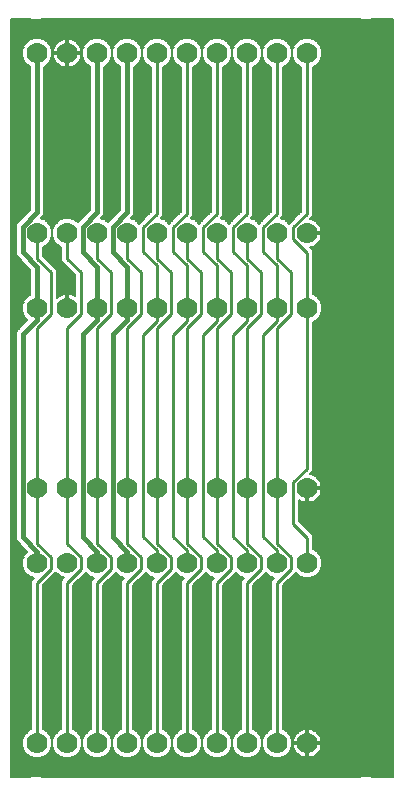
<source format=gtl>
G75*
%MOIN*%
%OFA0B0*%
%FSLAX25Y25*%
%IPPOS*%
%LPD*%
%AMOC8*
5,1,8,0,0,1.08239X$1,22.5*
%
%ADD10C,0.07000*%
%ADD11C,0.00600*%
%ADD12C,0.01600*%
%ADD13C,0.01000*%
D10*
X0016800Y0483502D03*
X0026800Y0483502D03*
X0036800Y0483502D03*
X0046800Y0483502D03*
X0056800Y0483502D03*
X0066800Y0483502D03*
X0076800Y0483502D03*
X0086800Y0483502D03*
X0096800Y0483502D03*
X0106800Y0483502D03*
X0106800Y0543502D03*
X0106800Y0568502D03*
X0096800Y0568502D03*
X0096800Y0543502D03*
X0086800Y0543502D03*
X0086800Y0568502D03*
X0076800Y0568502D03*
X0076800Y0543502D03*
X0066800Y0543502D03*
X0066800Y0568502D03*
X0056800Y0568502D03*
X0056800Y0543502D03*
X0046800Y0543502D03*
X0046800Y0568502D03*
X0036800Y0568502D03*
X0036800Y0543502D03*
X0026800Y0543502D03*
X0026800Y0568502D03*
X0016800Y0568502D03*
X0016800Y0543502D03*
X0016800Y0628502D03*
X0026800Y0628502D03*
X0036800Y0628502D03*
X0046800Y0628502D03*
X0056800Y0628502D03*
X0066800Y0628502D03*
X0076800Y0628502D03*
X0086800Y0628502D03*
X0096800Y0628502D03*
X0106800Y0628502D03*
X0106800Y0653502D03*
X0096800Y0653502D03*
X0086800Y0653502D03*
X0076800Y0653502D03*
X0066800Y0653502D03*
X0056800Y0653502D03*
X0046800Y0653502D03*
X0036800Y0653502D03*
X0026800Y0653502D03*
X0016800Y0653502D03*
X0016800Y0713502D03*
X0026800Y0713502D03*
X0036800Y0713502D03*
X0046800Y0713502D03*
X0056800Y0713502D03*
X0066800Y0713502D03*
X0076800Y0713502D03*
X0086800Y0713502D03*
X0096800Y0713502D03*
X0106800Y0713502D03*
D11*
X0007900Y0724752D02*
X0007900Y0472202D01*
X0014383Y0472202D01*
X0015107Y0472502D01*
X0017693Y0472502D01*
X0018417Y0472202D01*
X0124383Y0472202D01*
X0125107Y0472502D01*
X0127693Y0472502D01*
X0128417Y0472202D01*
X0135300Y0472202D01*
X0135300Y0724752D01*
X0128296Y0724752D01*
X0127693Y0724502D01*
X0125107Y0724502D01*
X0124504Y0724752D01*
X0018296Y0724752D01*
X0017693Y0724502D01*
X0015107Y0724502D01*
X0014504Y0724752D01*
X0007900Y0724752D01*
X0007900Y0724665D02*
X0014714Y0724665D01*
X0015805Y0718502D02*
X0013968Y0717741D01*
X0012561Y0716334D01*
X0011800Y0714497D01*
X0011800Y0712507D01*
X0012561Y0710670D01*
X0013968Y0709263D01*
X0014500Y0709043D01*
X0014500Y0661384D01*
X0010947Y0657832D01*
X0009600Y0656484D01*
X0009600Y0646268D01*
X0014500Y0641368D01*
X0014500Y0632961D01*
X0013968Y0632741D01*
X0012561Y0631334D01*
X0011800Y0629497D01*
X0011800Y0627507D01*
X0012561Y0625670D01*
X0013547Y0624684D01*
X0010947Y0622084D01*
X0009600Y0620736D01*
X0009600Y0551268D01*
X0013547Y0547320D01*
X0012561Y0546334D01*
X0011800Y0544497D01*
X0011800Y0542507D01*
X0012561Y0540670D01*
X0013968Y0539263D01*
X0015573Y0538598D01*
X0014800Y0537825D01*
X0014800Y0488085D01*
X0013968Y0487741D01*
X0012561Y0486334D01*
X0011800Y0484497D01*
X0011800Y0482507D01*
X0012561Y0480670D01*
X0013968Y0479263D01*
X0015805Y0478502D01*
X0017795Y0478502D01*
X0019632Y0479263D01*
X0021039Y0480670D01*
X0021800Y0482507D01*
X0022561Y0480670D01*
X0023968Y0479263D01*
X0025805Y0478502D01*
X0027795Y0478502D01*
X0029632Y0479263D01*
X0031039Y0480670D01*
X0031800Y0482507D01*
X0032561Y0480670D01*
X0033968Y0479263D01*
X0035805Y0478502D01*
X0037795Y0478502D01*
X0039632Y0479263D01*
X0041039Y0480670D01*
X0041800Y0482507D01*
X0042561Y0480670D01*
X0043968Y0479263D01*
X0045805Y0478502D01*
X0047795Y0478502D01*
X0049632Y0479263D01*
X0051039Y0480670D01*
X0051800Y0482507D01*
X0052561Y0480670D01*
X0053968Y0479263D01*
X0055805Y0478502D01*
X0057795Y0478502D01*
X0059632Y0479263D01*
X0061039Y0480670D01*
X0061800Y0482507D01*
X0062561Y0480670D01*
X0063968Y0479263D01*
X0065805Y0478502D01*
X0067795Y0478502D01*
X0069632Y0479263D01*
X0071039Y0480670D01*
X0071800Y0482507D01*
X0072561Y0480670D01*
X0073968Y0479263D01*
X0075805Y0478502D01*
X0077795Y0478502D01*
X0079632Y0479263D01*
X0081039Y0480670D01*
X0081800Y0482507D01*
X0082561Y0480670D01*
X0083968Y0479263D01*
X0085805Y0478502D01*
X0087795Y0478502D01*
X0089632Y0479263D01*
X0091039Y0480670D01*
X0091800Y0482507D01*
X0092561Y0480670D01*
X0093968Y0479263D01*
X0095805Y0478502D01*
X0097795Y0478502D01*
X0099632Y0479263D01*
X0101039Y0480670D01*
X0101800Y0482507D01*
X0101800Y0484497D01*
X0101039Y0486334D01*
X0099632Y0487741D01*
X0098800Y0488085D01*
X0098800Y0536168D01*
X0102931Y0540300D01*
X0103968Y0539263D01*
X0105805Y0538502D01*
X0107795Y0538502D01*
X0109632Y0539263D01*
X0111039Y0540670D01*
X0111800Y0542507D01*
X0111800Y0544497D01*
X0111039Y0546334D01*
X0109632Y0547741D01*
X0108800Y0548085D01*
X0108800Y0552825D01*
X0104200Y0557425D01*
X0104200Y0564458D01*
X0104284Y0564397D01*
X0104957Y0564054D01*
X0105676Y0563820D01*
X0106422Y0563702D01*
X0106500Y0563702D01*
X0106500Y0568202D01*
X0107100Y0568202D01*
X0107100Y0568802D01*
X0111600Y0568802D01*
X0111600Y0568880D01*
X0111482Y0569626D01*
X0111248Y0570345D01*
X0110905Y0571018D01*
X0110461Y0571629D01*
X0109927Y0572163D01*
X0109316Y0572607D01*
X0108643Y0572950D01*
X0107924Y0573184D01*
X0107821Y0573200D01*
X0108800Y0574179D01*
X0108800Y0623918D01*
X0109632Y0624263D01*
X0111039Y0625670D01*
X0111800Y0627507D01*
X0111800Y0629497D01*
X0111039Y0631334D01*
X0109632Y0632741D01*
X0108800Y0633085D01*
X0108800Y0647825D01*
X0107821Y0648804D01*
X0107924Y0648820D01*
X0108643Y0649054D01*
X0109316Y0649397D01*
X0109927Y0649841D01*
X0110461Y0650375D01*
X0110905Y0650986D01*
X0111248Y0651659D01*
X0111482Y0652378D01*
X0111600Y0653124D01*
X0111600Y0653202D01*
X0107100Y0653202D01*
X0107100Y0653802D01*
X0111600Y0653802D01*
X0111600Y0653880D01*
X0111482Y0654626D01*
X0111248Y0655345D01*
X0110905Y0656018D01*
X0110461Y0656629D01*
X0109927Y0657163D01*
X0109316Y0657607D01*
X0108643Y0657950D01*
X0107924Y0658184D01*
X0107821Y0658200D01*
X0108800Y0659179D01*
X0108800Y0708918D01*
X0109632Y0709263D01*
X0111039Y0710670D01*
X0111800Y0712507D01*
X0111800Y0714497D01*
X0111039Y0716334D01*
X0109632Y0717741D01*
X0107795Y0718502D01*
X0105805Y0718502D01*
X0103968Y0717741D01*
X0102561Y0716334D01*
X0101800Y0714497D01*
X0101039Y0716334D01*
X0099632Y0717741D01*
X0097795Y0718502D01*
X0095805Y0718502D01*
X0093968Y0717741D01*
X0092561Y0716334D01*
X0091800Y0714497D01*
X0091039Y0716334D01*
X0089632Y0717741D01*
X0087795Y0718502D01*
X0085805Y0718502D01*
X0083968Y0717741D01*
X0082561Y0716334D01*
X0081800Y0714497D01*
X0081039Y0716334D01*
X0079632Y0717741D01*
X0077795Y0718502D01*
X0075805Y0718502D01*
X0073968Y0717741D01*
X0072561Y0716334D01*
X0071800Y0714497D01*
X0071039Y0716334D01*
X0069632Y0717741D01*
X0067795Y0718502D01*
X0065805Y0718502D01*
X0063968Y0717741D01*
X0062561Y0716334D01*
X0061800Y0714497D01*
X0061039Y0716334D01*
X0059632Y0717741D01*
X0057795Y0718502D01*
X0055805Y0718502D01*
X0053968Y0717741D01*
X0052561Y0716334D01*
X0051800Y0714497D01*
X0051039Y0716334D01*
X0049632Y0717741D01*
X0047795Y0718502D01*
X0045805Y0718502D01*
X0043968Y0717741D01*
X0042561Y0716334D01*
X0041800Y0714497D01*
X0041039Y0716334D01*
X0039632Y0717741D01*
X0037795Y0718502D01*
X0035805Y0718502D01*
X0033968Y0717741D01*
X0032561Y0716334D01*
X0031800Y0714497D01*
X0031800Y0712507D01*
X0032561Y0710670D01*
X0033968Y0709263D01*
X0034500Y0709043D01*
X0034500Y0661384D01*
X0030947Y0657832D01*
X0030244Y0657129D01*
X0029632Y0657741D01*
X0027795Y0658502D01*
X0025805Y0658502D01*
X0023968Y0657741D01*
X0022561Y0656334D01*
X0021800Y0654497D01*
X0021039Y0656334D01*
X0019632Y0657741D01*
X0018027Y0658406D01*
X0019100Y0659479D01*
X0019100Y0709043D01*
X0019632Y0709263D01*
X0021039Y0710670D01*
X0021800Y0712507D01*
X0021800Y0714497D01*
X0021039Y0716334D01*
X0019632Y0717741D01*
X0017795Y0718502D01*
X0015805Y0718502D01*
X0014790Y0718081D02*
X0007900Y0718081D01*
X0007900Y0717483D02*
X0013710Y0717483D01*
X0013111Y0716884D02*
X0007900Y0716884D01*
X0007900Y0716286D02*
X0012541Y0716286D01*
X0012293Y0715687D02*
X0007900Y0715687D01*
X0007900Y0715089D02*
X0012045Y0715089D01*
X0011800Y0714490D02*
X0007900Y0714490D01*
X0007900Y0713892D02*
X0011800Y0713892D01*
X0011800Y0713293D02*
X0007900Y0713293D01*
X0007900Y0712695D02*
X0011800Y0712695D01*
X0011970Y0712096D02*
X0007900Y0712096D01*
X0007900Y0711498D02*
X0012218Y0711498D01*
X0012466Y0710899D02*
X0007900Y0710899D01*
X0007900Y0710301D02*
X0012930Y0710301D01*
X0013529Y0709702D02*
X0007900Y0709702D01*
X0007900Y0709104D02*
X0014353Y0709104D01*
X0014500Y0708505D02*
X0007900Y0708505D01*
X0007900Y0707906D02*
X0014500Y0707906D01*
X0014500Y0707308D02*
X0007900Y0707308D01*
X0007900Y0706709D02*
X0014500Y0706709D01*
X0014500Y0706111D02*
X0007900Y0706111D01*
X0007900Y0705512D02*
X0014500Y0705512D01*
X0014500Y0704914D02*
X0007900Y0704914D01*
X0007900Y0704315D02*
X0014500Y0704315D01*
X0014500Y0703717D02*
X0007900Y0703717D01*
X0007900Y0703118D02*
X0014500Y0703118D01*
X0014500Y0702520D02*
X0007900Y0702520D01*
X0007900Y0701921D02*
X0014500Y0701921D01*
X0014500Y0701323D02*
X0007900Y0701323D01*
X0007900Y0700724D02*
X0014500Y0700724D01*
X0014500Y0700126D02*
X0007900Y0700126D01*
X0007900Y0699527D02*
X0014500Y0699527D01*
X0014500Y0698929D02*
X0007900Y0698929D01*
X0007900Y0698330D02*
X0014500Y0698330D01*
X0014500Y0697732D02*
X0007900Y0697732D01*
X0007900Y0697133D02*
X0014500Y0697133D01*
X0014500Y0696535D02*
X0007900Y0696535D01*
X0007900Y0695936D02*
X0014500Y0695936D01*
X0014500Y0695338D02*
X0007900Y0695338D01*
X0007900Y0694739D02*
X0014500Y0694739D01*
X0014500Y0694141D02*
X0007900Y0694141D01*
X0007900Y0693542D02*
X0014500Y0693542D01*
X0014500Y0692944D02*
X0007900Y0692944D01*
X0007900Y0692345D02*
X0014500Y0692345D01*
X0014500Y0691747D02*
X0007900Y0691747D01*
X0007900Y0691148D02*
X0014500Y0691148D01*
X0014500Y0690550D02*
X0007900Y0690550D01*
X0007900Y0689951D02*
X0014500Y0689951D01*
X0014500Y0689353D02*
X0007900Y0689353D01*
X0007900Y0688754D02*
X0014500Y0688754D01*
X0014500Y0688156D02*
X0007900Y0688156D01*
X0007900Y0687557D02*
X0014500Y0687557D01*
X0014500Y0686959D02*
X0007900Y0686959D01*
X0007900Y0686360D02*
X0014500Y0686360D01*
X0014500Y0685762D02*
X0007900Y0685762D01*
X0007900Y0685163D02*
X0014500Y0685163D01*
X0014500Y0684565D02*
X0007900Y0684565D01*
X0007900Y0683966D02*
X0014500Y0683966D01*
X0014500Y0683368D02*
X0007900Y0683368D01*
X0007900Y0682769D02*
X0014500Y0682769D01*
X0014500Y0682171D02*
X0007900Y0682171D01*
X0007900Y0681572D02*
X0014500Y0681572D01*
X0014500Y0680973D02*
X0007900Y0680973D01*
X0007900Y0680375D02*
X0014500Y0680375D01*
X0014500Y0679776D02*
X0007900Y0679776D01*
X0007900Y0679178D02*
X0014500Y0679178D01*
X0014500Y0678579D02*
X0007900Y0678579D01*
X0007900Y0677981D02*
X0014500Y0677981D01*
X0014500Y0677382D02*
X0007900Y0677382D01*
X0007900Y0676784D02*
X0014500Y0676784D01*
X0014500Y0676185D02*
X0007900Y0676185D01*
X0007900Y0675587D02*
X0014500Y0675587D01*
X0014500Y0674988D02*
X0007900Y0674988D01*
X0007900Y0674390D02*
X0014500Y0674390D01*
X0014500Y0673791D02*
X0007900Y0673791D01*
X0007900Y0673193D02*
X0014500Y0673193D01*
X0014500Y0672594D02*
X0007900Y0672594D01*
X0007900Y0671996D02*
X0014500Y0671996D01*
X0014500Y0671397D02*
X0007900Y0671397D01*
X0007900Y0670799D02*
X0014500Y0670799D01*
X0014500Y0670200D02*
X0007900Y0670200D01*
X0007900Y0669602D02*
X0014500Y0669602D01*
X0014500Y0669003D02*
X0007900Y0669003D01*
X0007900Y0668405D02*
X0014500Y0668405D01*
X0014500Y0667806D02*
X0007900Y0667806D01*
X0007900Y0667208D02*
X0014500Y0667208D01*
X0014500Y0666609D02*
X0007900Y0666609D01*
X0007900Y0666011D02*
X0014500Y0666011D01*
X0014500Y0665412D02*
X0007900Y0665412D01*
X0007900Y0664814D02*
X0014500Y0664814D01*
X0014500Y0664215D02*
X0007900Y0664215D01*
X0007900Y0663617D02*
X0014500Y0663617D01*
X0014500Y0663018D02*
X0007900Y0663018D01*
X0007900Y0662420D02*
X0014500Y0662420D01*
X0014500Y0661821D02*
X0007900Y0661821D01*
X0007900Y0661223D02*
X0014338Y0661223D01*
X0013740Y0660624D02*
X0007900Y0660624D01*
X0007900Y0660026D02*
X0013141Y0660026D01*
X0012543Y0659427D02*
X0007900Y0659427D01*
X0007900Y0658829D02*
X0011944Y0658829D01*
X0011346Y0658230D02*
X0007900Y0658230D01*
X0007900Y0657632D02*
X0010747Y0657632D01*
X0010149Y0657033D02*
X0007900Y0657033D01*
X0007900Y0656435D02*
X0009600Y0656435D01*
X0009600Y0655836D02*
X0007900Y0655836D01*
X0007900Y0655238D02*
X0009600Y0655238D01*
X0009600Y0654639D02*
X0007900Y0654639D01*
X0007900Y0654040D02*
X0009600Y0654040D01*
X0009600Y0653442D02*
X0007900Y0653442D01*
X0007900Y0652843D02*
X0009600Y0652843D01*
X0009600Y0652245D02*
X0007900Y0652245D01*
X0007900Y0651646D02*
X0009600Y0651646D01*
X0009600Y0651048D02*
X0007900Y0651048D01*
X0007900Y0650449D02*
X0009600Y0650449D01*
X0009600Y0649851D02*
X0007900Y0649851D01*
X0007900Y0649252D02*
X0009600Y0649252D01*
X0009600Y0648654D02*
X0007900Y0648654D01*
X0007900Y0648055D02*
X0009600Y0648055D01*
X0009600Y0647457D02*
X0007900Y0647457D01*
X0007900Y0646858D02*
X0009600Y0646858D01*
X0009608Y0646260D02*
X0007900Y0646260D01*
X0007900Y0645661D02*
X0010206Y0645661D01*
X0010805Y0645063D02*
X0007900Y0645063D01*
X0007900Y0644464D02*
X0011403Y0644464D01*
X0012002Y0643866D02*
X0007900Y0643866D01*
X0007900Y0643267D02*
X0012600Y0643267D01*
X0013199Y0642669D02*
X0007900Y0642669D01*
X0007900Y0642070D02*
X0013797Y0642070D01*
X0014396Y0641472D02*
X0007900Y0641472D01*
X0007900Y0640873D02*
X0014500Y0640873D01*
X0014500Y0640275D02*
X0007900Y0640275D01*
X0007900Y0639676D02*
X0014500Y0639676D01*
X0014500Y0639078D02*
X0007900Y0639078D01*
X0007900Y0638479D02*
X0014500Y0638479D01*
X0014500Y0637881D02*
X0007900Y0637881D01*
X0007900Y0637282D02*
X0014500Y0637282D01*
X0014500Y0636684D02*
X0007900Y0636684D01*
X0007900Y0636085D02*
X0014500Y0636085D01*
X0014500Y0635487D02*
X0007900Y0635487D01*
X0007900Y0634888D02*
X0014500Y0634888D01*
X0014500Y0634290D02*
X0007900Y0634290D01*
X0007900Y0633691D02*
X0014500Y0633691D01*
X0014500Y0633093D02*
X0007900Y0633093D01*
X0007900Y0632494D02*
X0013721Y0632494D01*
X0013123Y0631896D02*
X0007900Y0631896D01*
X0007900Y0631297D02*
X0012546Y0631297D01*
X0012298Y0630699D02*
X0007900Y0630699D01*
X0007900Y0630100D02*
X0012050Y0630100D01*
X0011802Y0629502D02*
X0007900Y0629502D01*
X0007900Y0628903D02*
X0011800Y0628903D01*
X0011800Y0628304D02*
X0007900Y0628304D01*
X0007900Y0627706D02*
X0011800Y0627706D01*
X0011966Y0627107D02*
X0007900Y0627107D01*
X0007900Y0626509D02*
X0012214Y0626509D01*
X0012461Y0625910D02*
X0007900Y0625910D01*
X0007900Y0625312D02*
X0012919Y0625312D01*
X0013517Y0624713D02*
X0007900Y0624713D01*
X0007900Y0624115D02*
X0012979Y0624115D01*
X0012380Y0623516D02*
X0007900Y0623516D01*
X0007900Y0622918D02*
X0011782Y0622918D01*
X0011183Y0622319D02*
X0007900Y0622319D01*
X0007900Y0621721D02*
X0010585Y0621721D01*
X0009986Y0621122D02*
X0007900Y0621122D01*
X0007900Y0620524D02*
X0009600Y0620524D01*
X0009600Y0619925D02*
X0007900Y0619925D01*
X0007900Y0619327D02*
X0009600Y0619327D01*
X0009600Y0618728D02*
X0007900Y0618728D01*
X0007900Y0618130D02*
X0009600Y0618130D01*
X0009600Y0617531D02*
X0007900Y0617531D01*
X0007900Y0616933D02*
X0009600Y0616933D01*
X0009600Y0616334D02*
X0007900Y0616334D01*
X0007900Y0615736D02*
X0009600Y0615736D01*
X0009600Y0615137D02*
X0007900Y0615137D01*
X0007900Y0614539D02*
X0009600Y0614539D01*
X0009600Y0613940D02*
X0007900Y0613940D01*
X0007900Y0613342D02*
X0009600Y0613342D01*
X0009600Y0612743D02*
X0007900Y0612743D01*
X0007900Y0612145D02*
X0009600Y0612145D01*
X0009600Y0611546D02*
X0007900Y0611546D01*
X0007900Y0610948D02*
X0009600Y0610948D01*
X0009600Y0610349D02*
X0007900Y0610349D01*
X0007900Y0609751D02*
X0009600Y0609751D01*
X0009600Y0609152D02*
X0007900Y0609152D01*
X0007900Y0608554D02*
X0009600Y0608554D01*
X0009600Y0607955D02*
X0007900Y0607955D01*
X0007900Y0607357D02*
X0009600Y0607357D01*
X0009600Y0606758D02*
X0007900Y0606758D01*
X0007900Y0606160D02*
X0009600Y0606160D01*
X0009600Y0605561D02*
X0007900Y0605561D01*
X0007900Y0604963D02*
X0009600Y0604963D01*
X0009600Y0604364D02*
X0007900Y0604364D01*
X0007900Y0603766D02*
X0009600Y0603766D01*
X0009600Y0603167D02*
X0007900Y0603167D01*
X0007900Y0602569D02*
X0009600Y0602569D01*
X0009600Y0601970D02*
X0007900Y0601970D01*
X0007900Y0601371D02*
X0009600Y0601371D01*
X0009600Y0600773D02*
X0007900Y0600773D01*
X0007900Y0600174D02*
X0009600Y0600174D01*
X0009600Y0599576D02*
X0007900Y0599576D01*
X0007900Y0598977D02*
X0009600Y0598977D01*
X0009600Y0598379D02*
X0007900Y0598379D01*
X0007900Y0597780D02*
X0009600Y0597780D01*
X0009600Y0597182D02*
X0007900Y0597182D01*
X0007900Y0596583D02*
X0009600Y0596583D01*
X0009600Y0595985D02*
X0007900Y0595985D01*
X0007900Y0595386D02*
X0009600Y0595386D01*
X0009600Y0594788D02*
X0007900Y0594788D01*
X0007900Y0594189D02*
X0009600Y0594189D01*
X0009600Y0593591D02*
X0007900Y0593591D01*
X0007900Y0592992D02*
X0009600Y0592992D01*
X0009600Y0592394D02*
X0007900Y0592394D01*
X0007900Y0591795D02*
X0009600Y0591795D01*
X0009600Y0591197D02*
X0007900Y0591197D01*
X0007900Y0590598D02*
X0009600Y0590598D01*
X0009600Y0590000D02*
X0007900Y0590000D01*
X0007900Y0589401D02*
X0009600Y0589401D01*
X0009600Y0588803D02*
X0007900Y0588803D01*
X0007900Y0588204D02*
X0009600Y0588204D01*
X0009600Y0587606D02*
X0007900Y0587606D01*
X0007900Y0587007D02*
X0009600Y0587007D01*
X0009600Y0586409D02*
X0007900Y0586409D01*
X0007900Y0585810D02*
X0009600Y0585810D01*
X0009600Y0585212D02*
X0007900Y0585212D01*
X0007900Y0584613D02*
X0009600Y0584613D01*
X0009600Y0584015D02*
X0007900Y0584015D01*
X0007900Y0583416D02*
X0009600Y0583416D01*
X0009600Y0582818D02*
X0007900Y0582818D01*
X0007900Y0582219D02*
X0009600Y0582219D01*
X0009600Y0581621D02*
X0007900Y0581621D01*
X0007900Y0581022D02*
X0009600Y0581022D01*
X0009600Y0580424D02*
X0007900Y0580424D01*
X0007900Y0579825D02*
X0009600Y0579825D01*
X0009600Y0579227D02*
X0007900Y0579227D01*
X0007900Y0578628D02*
X0009600Y0578628D01*
X0009600Y0578030D02*
X0007900Y0578030D01*
X0007900Y0577431D02*
X0009600Y0577431D01*
X0009600Y0576833D02*
X0007900Y0576833D01*
X0007900Y0576234D02*
X0009600Y0576234D01*
X0009600Y0575635D02*
X0007900Y0575635D01*
X0007900Y0575037D02*
X0009600Y0575037D01*
X0009600Y0574438D02*
X0007900Y0574438D01*
X0007900Y0573840D02*
X0009600Y0573840D01*
X0009600Y0573241D02*
X0007900Y0573241D01*
X0007900Y0572643D02*
X0009600Y0572643D01*
X0009600Y0572044D02*
X0007900Y0572044D01*
X0007900Y0571446D02*
X0009600Y0571446D01*
X0009600Y0570847D02*
X0007900Y0570847D01*
X0007900Y0570249D02*
X0009600Y0570249D01*
X0009600Y0569650D02*
X0007900Y0569650D01*
X0007900Y0569052D02*
X0009600Y0569052D01*
X0009600Y0568453D02*
X0007900Y0568453D01*
X0007900Y0567855D02*
X0009600Y0567855D01*
X0009600Y0567256D02*
X0007900Y0567256D01*
X0007900Y0566658D02*
X0009600Y0566658D01*
X0009600Y0566059D02*
X0007900Y0566059D01*
X0007900Y0565461D02*
X0009600Y0565461D01*
X0009600Y0564862D02*
X0007900Y0564862D01*
X0007900Y0564264D02*
X0009600Y0564264D01*
X0009600Y0563665D02*
X0007900Y0563665D01*
X0007900Y0563067D02*
X0009600Y0563067D01*
X0009600Y0562468D02*
X0007900Y0562468D01*
X0007900Y0561870D02*
X0009600Y0561870D01*
X0009600Y0561271D02*
X0007900Y0561271D01*
X0007900Y0560673D02*
X0009600Y0560673D01*
X0009600Y0560074D02*
X0007900Y0560074D01*
X0007900Y0559476D02*
X0009600Y0559476D01*
X0009600Y0558877D02*
X0007900Y0558877D01*
X0007900Y0558279D02*
X0009600Y0558279D01*
X0009600Y0557680D02*
X0007900Y0557680D01*
X0007900Y0557082D02*
X0009600Y0557082D01*
X0009600Y0556483D02*
X0007900Y0556483D01*
X0007900Y0555885D02*
X0009600Y0555885D01*
X0009600Y0555286D02*
X0007900Y0555286D01*
X0007900Y0554688D02*
X0009600Y0554688D01*
X0009600Y0554089D02*
X0007900Y0554089D01*
X0007900Y0553491D02*
X0009600Y0553491D01*
X0009600Y0552892D02*
X0007900Y0552892D01*
X0007900Y0552294D02*
X0009600Y0552294D01*
X0009600Y0551695D02*
X0007900Y0551695D01*
X0007900Y0551097D02*
X0009771Y0551097D01*
X0010370Y0550498D02*
X0007900Y0550498D01*
X0007900Y0549900D02*
X0010968Y0549900D01*
X0011567Y0549301D02*
X0007900Y0549301D01*
X0007900Y0548702D02*
X0012165Y0548702D01*
X0012764Y0548104D02*
X0007900Y0548104D01*
X0007900Y0547505D02*
X0013362Y0547505D01*
X0013134Y0546907D02*
X0007900Y0546907D01*
X0007900Y0546308D02*
X0012551Y0546308D01*
X0012303Y0545710D02*
X0007900Y0545710D01*
X0007900Y0545111D02*
X0012055Y0545111D01*
X0011807Y0544513D02*
X0007900Y0544513D01*
X0007900Y0543914D02*
X0011800Y0543914D01*
X0011800Y0543316D02*
X0007900Y0543316D01*
X0007900Y0542717D02*
X0011800Y0542717D01*
X0011961Y0542119D02*
X0007900Y0542119D01*
X0007900Y0541520D02*
X0012209Y0541520D01*
X0012457Y0540922D02*
X0007900Y0540922D01*
X0007900Y0540323D02*
X0012908Y0540323D01*
X0013506Y0539725D02*
X0007900Y0539725D01*
X0007900Y0539126D02*
X0014298Y0539126D01*
X0014904Y0537929D02*
X0007900Y0537929D01*
X0007900Y0537331D02*
X0014800Y0537331D01*
X0014800Y0536732D02*
X0007900Y0536732D01*
X0007900Y0536134D02*
X0014800Y0536134D01*
X0014800Y0535535D02*
X0007900Y0535535D01*
X0007900Y0534937D02*
X0014800Y0534937D01*
X0014800Y0534338D02*
X0007900Y0534338D01*
X0007900Y0533740D02*
X0014800Y0533740D01*
X0014800Y0533141D02*
X0007900Y0533141D01*
X0007900Y0532543D02*
X0014800Y0532543D01*
X0014800Y0531944D02*
X0007900Y0531944D01*
X0007900Y0531346D02*
X0014800Y0531346D01*
X0014800Y0530747D02*
X0007900Y0530747D01*
X0007900Y0530149D02*
X0014800Y0530149D01*
X0014800Y0529550D02*
X0007900Y0529550D01*
X0007900Y0528952D02*
X0014800Y0528952D01*
X0014800Y0528353D02*
X0007900Y0528353D01*
X0007900Y0527755D02*
X0014800Y0527755D01*
X0014800Y0527156D02*
X0007900Y0527156D01*
X0007900Y0526558D02*
X0014800Y0526558D01*
X0014800Y0525959D02*
X0007900Y0525959D01*
X0007900Y0525361D02*
X0014800Y0525361D01*
X0014800Y0524762D02*
X0007900Y0524762D01*
X0007900Y0524164D02*
X0014800Y0524164D01*
X0014800Y0523565D02*
X0007900Y0523565D01*
X0007900Y0522966D02*
X0014800Y0522966D01*
X0014800Y0522368D02*
X0007900Y0522368D01*
X0007900Y0521769D02*
X0014800Y0521769D01*
X0014800Y0521171D02*
X0007900Y0521171D01*
X0007900Y0520572D02*
X0014800Y0520572D01*
X0014800Y0519974D02*
X0007900Y0519974D01*
X0007900Y0519375D02*
X0014800Y0519375D01*
X0014800Y0518777D02*
X0007900Y0518777D01*
X0007900Y0518178D02*
X0014800Y0518178D01*
X0014800Y0517580D02*
X0007900Y0517580D01*
X0007900Y0516981D02*
X0014800Y0516981D01*
X0014800Y0516383D02*
X0007900Y0516383D01*
X0007900Y0515784D02*
X0014800Y0515784D01*
X0014800Y0515186D02*
X0007900Y0515186D01*
X0007900Y0514587D02*
X0014800Y0514587D01*
X0014800Y0513989D02*
X0007900Y0513989D01*
X0007900Y0513390D02*
X0014800Y0513390D01*
X0014800Y0512792D02*
X0007900Y0512792D01*
X0007900Y0512193D02*
X0014800Y0512193D01*
X0014800Y0511595D02*
X0007900Y0511595D01*
X0007900Y0510996D02*
X0014800Y0510996D01*
X0014800Y0510398D02*
X0007900Y0510398D01*
X0007900Y0509799D02*
X0014800Y0509799D01*
X0014800Y0509201D02*
X0007900Y0509201D01*
X0007900Y0508602D02*
X0014800Y0508602D01*
X0014800Y0508004D02*
X0007900Y0508004D01*
X0007900Y0507405D02*
X0014800Y0507405D01*
X0014800Y0506807D02*
X0007900Y0506807D01*
X0007900Y0506208D02*
X0014800Y0506208D01*
X0014800Y0505610D02*
X0007900Y0505610D01*
X0007900Y0505011D02*
X0014800Y0505011D01*
X0014800Y0504413D02*
X0007900Y0504413D01*
X0007900Y0503814D02*
X0014800Y0503814D01*
X0014800Y0503216D02*
X0007900Y0503216D01*
X0007900Y0502617D02*
X0014800Y0502617D01*
X0014800Y0502019D02*
X0007900Y0502019D01*
X0007900Y0501420D02*
X0014800Y0501420D01*
X0014800Y0500822D02*
X0007900Y0500822D01*
X0007900Y0500223D02*
X0014800Y0500223D01*
X0014800Y0499625D02*
X0007900Y0499625D01*
X0007900Y0499026D02*
X0014800Y0499026D01*
X0014800Y0498428D02*
X0007900Y0498428D01*
X0007900Y0497829D02*
X0014800Y0497829D01*
X0014800Y0497231D02*
X0007900Y0497231D01*
X0007900Y0496632D02*
X0014800Y0496632D01*
X0014800Y0496033D02*
X0007900Y0496033D01*
X0007900Y0495435D02*
X0014800Y0495435D01*
X0014800Y0494836D02*
X0007900Y0494836D01*
X0007900Y0494238D02*
X0014800Y0494238D01*
X0014800Y0493639D02*
X0007900Y0493639D01*
X0007900Y0493041D02*
X0014800Y0493041D01*
X0014800Y0492442D02*
X0007900Y0492442D01*
X0007900Y0491844D02*
X0014800Y0491844D01*
X0014800Y0491245D02*
X0007900Y0491245D01*
X0007900Y0490647D02*
X0014800Y0490647D01*
X0014800Y0490048D02*
X0007900Y0490048D01*
X0007900Y0489450D02*
X0014800Y0489450D01*
X0014800Y0488851D02*
X0007900Y0488851D01*
X0007900Y0488253D02*
X0014800Y0488253D01*
X0013881Y0487654D02*
X0007900Y0487654D01*
X0007900Y0487056D02*
X0013283Y0487056D01*
X0012684Y0486457D02*
X0007900Y0486457D01*
X0007900Y0485859D02*
X0012364Y0485859D01*
X0012116Y0485260D02*
X0007900Y0485260D01*
X0007900Y0484662D02*
X0011868Y0484662D01*
X0011800Y0484063D02*
X0007900Y0484063D01*
X0007900Y0483465D02*
X0011800Y0483465D01*
X0011800Y0482866D02*
X0007900Y0482866D01*
X0007900Y0482268D02*
X0011899Y0482268D01*
X0012147Y0481669D02*
X0007900Y0481669D01*
X0007900Y0481071D02*
X0012395Y0481071D01*
X0012759Y0480472D02*
X0007900Y0480472D01*
X0007900Y0479874D02*
X0013357Y0479874D01*
X0013956Y0479275D02*
X0007900Y0479275D01*
X0007900Y0478677D02*
X0015384Y0478677D01*
X0018216Y0478677D02*
X0025384Y0478677D01*
X0023956Y0479275D02*
X0019644Y0479275D01*
X0020243Y0479874D02*
X0023357Y0479874D01*
X0022759Y0480472D02*
X0020841Y0480472D01*
X0021205Y0481071D02*
X0022395Y0481071D01*
X0022147Y0481669D02*
X0021453Y0481669D01*
X0021701Y0482268D02*
X0021899Y0482268D01*
X0021800Y0482507D02*
X0021800Y0484497D01*
X0022561Y0486334D01*
X0023968Y0487741D01*
X0024800Y0488085D01*
X0024800Y0537825D01*
X0025779Y0538804D01*
X0025676Y0538820D01*
X0024957Y0539054D01*
X0024284Y0539397D01*
X0023673Y0539841D01*
X0023139Y0540375D01*
X0023083Y0540451D01*
X0022228Y0539597D01*
X0022228Y0539597D01*
X0018800Y0536168D01*
X0018800Y0488085D01*
X0019632Y0487741D01*
X0021039Y0486334D01*
X0021800Y0484497D01*
X0021800Y0482507D01*
X0021800Y0482866D02*
X0021800Y0482866D01*
X0021800Y0483465D02*
X0021800Y0483465D01*
X0021800Y0484063D02*
X0021800Y0484063D01*
X0021732Y0484662D02*
X0021868Y0484662D01*
X0022116Y0485260D02*
X0021484Y0485260D01*
X0021236Y0485859D02*
X0022364Y0485859D01*
X0022684Y0486457D02*
X0020916Y0486457D01*
X0020317Y0487056D02*
X0023283Y0487056D01*
X0023881Y0487654D02*
X0019719Y0487654D01*
X0018800Y0488253D02*
X0024800Y0488253D01*
X0024800Y0488851D02*
X0018800Y0488851D01*
X0018800Y0489450D02*
X0024800Y0489450D01*
X0024800Y0490048D02*
X0018800Y0490048D01*
X0018800Y0490647D02*
X0024800Y0490647D01*
X0024800Y0491245D02*
X0018800Y0491245D01*
X0018800Y0491844D02*
X0024800Y0491844D01*
X0024800Y0492442D02*
X0018800Y0492442D01*
X0018800Y0493041D02*
X0024800Y0493041D01*
X0024800Y0493639D02*
X0018800Y0493639D01*
X0018800Y0494238D02*
X0024800Y0494238D01*
X0024800Y0494836D02*
X0018800Y0494836D01*
X0018800Y0495435D02*
X0024800Y0495435D01*
X0024800Y0496033D02*
X0018800Y0496033D01*
X0018800Y0496632D02*
X0024800Y0496632D01*
X0024800Y0497231D02*
X0018800Y0497231D01*
X0018800Y0497829D02*
X0024800Y0497829D01*
X0024800Y0498428D02*
X0018800Y0498428D01*
X0018800Y0499026D02*
X0024800Y0499026D01*
X0024800Y0499625D02*
X0018800Y0499625D01*
X0018800Y0500223D02*
X0024800Y0500223D01*
X0024800Y0500822D02*
X0018800Y0500822D01*
X0018800Y0501420D02*
X0024800Y0501420D01*
X0024800Y0502019D02*
X0018800Y0502019D01*
X0018800Y0502617D02*
X0024800Y0502617D01*
X0024800Y0503216D02*
X0018800Y0503216D01*
X0018800Y0503814D02*
X0024800Y0503814D01*
X0024800Y0504413D02*
X0018800Y0504413D01*
X0018800Y0505011D02*
X0024800Y0505011D01*
X0024800Y0505610D02*
X0018800Y0505610D01*
X0018800Y0506208D02*
X0024800Y0506208D01*
X0024800Y0506807D02*
X0018800Y0506807D01*
X0018800Y0507405D02*
X0024800Y0507405D01*
X0024800Y0508004D02*
X0018800Y0508004D01*
X0018800Y0508602D02*
X0024800Y0508602D01*
X0024800Y0509201D02*
X0018800Y0509201D01*
X0018800Y0509799D02*
X0024800Y0509799D01*
X0024800Y0510398D02*
X0018800Y0510398D01*
X0018800Y0510996D02*
X0024800Y0510996D01*
X0024800Y0511595D02*
X0018800Y0511595D01*
X0018800Y0512193D02*
X0024800Y0512193D01*
X0024800Y0512792D02*
X0018800Y0512792D01*
X0018800Y0513390D02*
X0024800Y0513390D01*
X0024800Y0513989D02*
X0018800Y0513989D01*
X0018800Y0514587D02*
X0024800Y0514587D01*
X0024800Y0515186D02*
X0018800Y0515186D01*
X0018800Y0515784D02*
X0024800Y0515784D01*
X0024800Y0516383D02*
X0018800Y0516383D01*
X0018800Y0516981D02*
X0024800Y0516981D01*
X0024800Y0517580D02*
X0018800Y0517580D01*
X0018800Y0518178D02*
X0024800Y0518178D01*
X0024800Y0518777D02*
X0018800Y0518777D01*
X0018800Y0519375D02*
X0024800Y0519375D01*
X0024800Y0519974D02*
X0018800Y0519974D01*
X0018800Y0520572D02*
X0024800Y0520572D01*
X0024800Y0521171D02*
X0018800Y0521171D01*
X0018800Y0521769D02*
X0024800Y0521769D01*
X0024800Y0522368D02*
X0018800Y0522368D01*
X0018800Y0522966D02*
X0024800Y0522966D01*
X0024800Y0523565D02*
X0018800Y0523565D01*
X0018800Y0524164D02*
X0024800Y0524164D01*
X0024800Y0524762D02*
X0018800Y0524762D01*
X0018800Y0525361D02*
X0024800Y0525361D01*
X0024800Y0525959D02*
X0018800Y0525959D01*
X0018800Y0526558D02*
X0024800Y0526558D01*
X0024800Y0527156D02*
X0018800Y0527156D01*
X0018800Y0527755D02*
X0024800Y0527755D01*
X0024800Y0528353D02*
X0018800Y0528353D01*
X0018800Y0528952D02*
X0024800Y0528952D01*
X0024800Y0529550D02*
X0018800Y0529550D01*
X0018800Y0530149D02*
X0024800Y0530149D01*
X0024800Y0530747D02*
X0018800Y0530747D01*
X0018800Y0531346D02*
X0024800Y0531346D01*
X0024800Y0531944D02*
X0018800Y0531944D01*
X0018800Y0532543D02*
X0024800Y0532543D01*
X0024800Y0533141D02*
X0018800Y0533141D01*
X0018800Y0533740D02*
X0024800Y0533740D01*
X0024800Y0534338D02*
X0018800Y0534338D01*
X0018800Y0534937D02*
X0024800Y0534937D01*
X0024800Y0535535D02*
X0018800Y0535535D01*
X0018800Y0536134D02*
X0024800Y0536134D01*
X0024800Y0536732D02*
X0019364Y0536732D01*
X0019963Y0537331D02*
X0024800Y0537331D01*
X0024904Y0537929D02*
X0020561Y0537929D01*
X0021160Y0538528D02*
X0025503Y0538528D01*
X0024815Y0539126D02*
X0021758Y0539126D01*
X0022357Y0539725D02*
X0023833Y0539725D01*
X0023190Y0540323D02*
X0022955Y0540323D01*
X0028800Y0536168D02*
X0032931Y0540300D01*
X0033968Y0539263D01*
X0035573Y0538598D01*
X0034800Y0537825D01*
X0034800Y0488085D01*
X0033968Y0487741D01*
X0032561Y0486334D01*
X0031800Y0484497D01*
X0031800Y0482507D01*
X0031800Y0484497D01*
X0031039Y0486334D01*
X0029632Y0487741D01*
X0028800Y0488085D01*
X0028800Y0536168D01*
X0028800Y0536134D02*
X0034800Y0536134D01*
X0034800Y0536732D02*
X0029364Y0536732D01*
X0029963Y0537331D02*
X0034800Y0537331D01*
X0034904Y0537929D02*
X0030561Y0537929D01*
X0031160Y0538528D02*
X0035503Y0538528D01*
X0034298Y0539126D02*
X0031758Y0539126D01*
X0032357Y0539725D02*
X0033506Y0539725D01*
X0034800Y0535535D02*
X0028800Y0535535D01*
X0028800Y0534937D02*
X0034800Y0534937D01*
X0034800Y0534338D02*
X0028800Y0534338D01*
X0028800Y0533740D02*
X0034800Y0533740D01*
X0034800Y0533141D02*
X0028800Y0533141D01*
X0028800Y0532543D02*
X0034800Y0532543D01*
X0034800Y0531944D02*
X0028800Y0531944D01*
X0028800Y0531346D02*
X0034800Y0531346D01*
X0034800Y0530747D02*
X0028800Y0530747D01*
X0028800Y0530149D02*
X0034800Y0530149D01*
X0034800Y0529550D02*
X0028800Y0529550D01*
X0028800Y0528952D02*
X0034800Y0528952D01*
X0034800Y0528353D02*
X0028800Y0528353D01*
X0028800Y0527755D02*
X0034800Y0527755D01*
X0034800Y0527156D02*
X0028800Y0527156D01*
X0028800Y0526558D02*
X0034800Y0526558D01*
X0034800Y0525959D02*
X0028800Y0525959D01*
X0028800Y0525361D02*
X0034800Y0525361D01*
X0034800Y0524762D02*
X0028800Y0524762D01*
X0028800Y0524164D02*
X0034800Y0524164D01*
X0034800Y0523565D02*
X0028800Y0523565D01*
X0028800Y0522966D02*
X0034800Y0522966D01*
X0034800Y0522368D02*
X0028800Y0522368D01*
X0028800Y0521769D02*
X0034800Y0521769D01*
X0034800Y0521171D02*
X0028800Y0521171D01*
X0028800Y0520572D02*
X0034800Y0520572D01*
X0034800Y0519974D02*
X0028800Y0519974D01*
X0028800Y0519375D02*
X0034800Y0519375D01*
X0034800Y0518777D02*
X0028800Y0518777D01*
X0028800Y0518178D02*
X0034800Y0518178D01*
X0034800Y0517580D02*
X0028800Y0517580D01*
X0028800Y0516981D02*
X0034800Y0516981D01*
X0034800Y0516383D02*
X0028800Y0516383D01*
X0028800Y0515784D02*
X0034800Y0515784D01*
X0034800Y0515186D02*
X0028800Y0515186D01*
X0028800Y0514587D02*
X0034800Y0514587D01*
X0034800Y0513989D02*
X0028800Y0513989D01*
X0028800Y0513390D02*
X0034800Y0513390D01*
X0034800Y0512792D02*
X0028800Y0512792D01*
X0028800Y0512193D02*
X0034800Y0512193D01*
X0034800Y0511595D02*
X0028800Y0511595D01*
X0028800Y0510996D02*
X0034800Y0510996D01*
X0034800Y0510398D02*
X0028800Y0510398D01*
X0028800Y0509799D02*
X0034800Y0509799D01*
X0034800Y0509201D02*
X0028800Y0509201D01*
X0028800Y0508602D02*
X0034800Y0508602D01*
X0034800Y0508004D02*
X0028800Y0508004D01*
X0028800Y0507405D02*
X0034800Y0507405D01*
X0034800Y0506807D02*
X0028800Y0506807D01*
X0028800Y0506208D02*
X0034800Y0506208D01*
X0034800Y0505610D02*
X0028800Y0505610D01*
X0028800Y0505011D02*
X0034800Y0505011D01*
X0034800Y0504413D02*
X0028800Y0504413D01*
X0028800Y0503814D02*
X0034800Y0503814D01*
X0034800Y0503216D02*
X0028800Y0503216D01*
X0028800Y0502617D02*
X0034800Y0502617D01*
X0034800Y0502019D02*
X0028800Y0502019D01*
X0028800Y0501420D02*
X0034800Y0501420D01*
X0034800Y0500822D02*
X0028800Y0500822D01*
X0028800Y0500223D02*
X0034800Y0500223D01*
X0034800Y0499625D02*
X0028800Y0499625D01*
X0028800Y0499026D02*
X0034800Y0499026D01*
X0034800Y0498428D02*
X0028800Y0498428D01*
X0028800Y0497829D02*
X0034800Y0497829D01*
X0034800Y0497231D02*
X0028800Y0497231D01*
X0028800Y0496632D02*
X0034800Y0496632D01*
X0034800Y0496033D02*
X0028800Y0496033D01*
X0028800Y0495435D02*
X0034800Y0495435D01*
X0034800Y0494836D02*
X0028800Y0494836D01*
X0028800Y0494238D02*
X0034800Y0494238D01*
X0034800Y0493639D02*
X0028800Y0493639D01*
X0028800Y0493041D02*
X0034800Y0493041D01*
X0034800Y0492442D02*
X0028800Y0492442D01*
X0028800Y0491844D02*
X0034800Y0491844D01*
X0034800Y0491245D02*
X0028800Y0491245D01*
X0028800Y0490647D02*
X0034800Y0490647D01*
X0034800Y0490048D02*
X0028800Y0490048D01*
X0028800Y0489450D02*
X0034800Y0489450D01*
X0034800Y0488851D02*
X0028800Y0488851D01*
X0028800Y0488253D02*
X0034800Y0488253D01*
X0033881Y0487654D02*
X0029719Y0487654D01*
X0030317Y0487056D02*
X0033283Y0487056D01*
X0032684Y0486457D02*
X0030916Y0486457D01*
X0031236Y0485859D02*
X0032364Y0485859D01*
X0032116Y0485260D02*
X0031484Y0485260D01*
X0031732Y0484662D02*
X0031868Y0484662D01*
X0031800Y0484063D02*
X0031800Y0484063D01*
X0031800Y0483465D02*
X0031800Y0483465D01*
X0031800Y0482866D02*
X0031800Y0482866D01*
X0031701Y0482268D02*
X0031899Y0482268D01*
X0032147Y0481669D02*
X0031453Y0481669D01*
X0031205Y0481071D02*
X0032395Y0481071D01*
X0032759Y0480472D02*
X0030841Y0480472D01*
X0030243Y0479874D02*
X0033357Y0479874D01*
X0033956Y0479275D02*
X0029644Y0479275D01*
X0028216Y0478677D02*
X0035384Y0478677D01*
X0038216Y0478677D02*
X0045384Y0478677D01*
X0043956Y0479275D02*
X0039644Y0479275D01*
X0040243Y0479874D02*
X0043357Y0479874D01*
X0042759Y0480472D02*
X0040841Y0480472D01*
X0041205Y0481071D02*
X0042395Y0481071D01*
X0042147Y0481669D02*
X0041453Y0481669D01*
X0041701Y0482268D02*
X0041899Y0482268D01*
X0041800Y0482507D02*
X0041800Y0484497D01*
X0042561Y0486334D01*
X0043968Y0487741D01*
X0044800Y0488085D01*
X0044800Y0537825D01*
X0045573Y0538598D01*
X0043968Y0539263D01*
X0042931Y0540300D01*
X0038800Y0536168D01*
X0038800Y0488085D01*
X0039632Y0487741D01*
X0041039Y0486334D01*
X0041800Y0484497D01*
X0041800Y0482507D01*
X0041800Y0482866D02*
X0041800Y0482866D01*
X0041800Y0483465D02*
X0041800Y0483465D01*
X0041800Y0484063D02*
X0041800Y0484063D01*
X0041732Y0484662D02*
X0041868Y0484662D01*
X0042116Y0485260D02*
X0041484Y0485260D01*
X0041236Y0485859D02*
X0042364Y0485859D01*
X0042684Y0486457D02*
X0040916Y0486457D01*
X0040317Y0487056D02*
X0043283Y0487056D01*
X0043881Y0487654D02*
X0039719Y0487654D01*
X0038800Y0488253D02*
X0044800Y0488253D01*
X0044800Y0488851D02*
X0038800Y0488851D01*
X0038800Y0489450D02*
X0044800Y0489450D01*
X0044800Y0490048D02*
X0038800Y0490048D01*
X0038800Y0490647D02*
X0044800Y0490647D01*
X0044800Y0491245D02*
X0038800Y0491245D01*
X0038800Y0491844D02*
X0044800Y0491844D01*
X0044800Y0492442D02*
X0038800Y0492442D01*
X0038800Y0493041D02*
X0044800Y0493041D01*
X0044800Y0493639D02*
X0038800Y0493639D01*
X0038800Y0494238D02*
X0044800Y0494238D01*
X0044800Y0494836D02*
X0038800Y0494836D01*
X0038800Y0495435D02*
X0044800Y0495435D01*
X0044800Y0496033D02*
X0038800Y0496033D01*
X0038800Y0496632D02*
X0044800Y0496632D01*
X0044800Y0497231D02*
X0038800Y0497231D01*
X0038800Y0497829D02*
X0044800Y0497829D01*
X0044800Y0498428D02*
X0038800Y0498428D01*
X0038800Y0499026D02*
X0044800Y0499026D01*
X0044800Y0499625D02*
X0038800Y0499625D01*
X0038800Y0500223D02*
X0044800Y0500223D01*
X0044800Y0500822D02*
X0038800Y0500822D01*
X0038800Y0501420D02*
X0044800Y0501420D01*
X0044800Y0502019D02*
X0038800Y0502019D01*
X0038800Y0502617D02*
X0044800Y0502617D01*
X0044800Y0503216D02*
X0038800Y0503216D01*
X0038800Y0503814D02*
X0044800Y0503814D01*
X0044800Y0504413D02*
X0038800Y0504413D01*
X0038800Y0505011D02*
X0044800Y0505011D01*
X0044800Y0505610D02*
X0038800Y0505610D01*
X0038800Y0506208D02*
X0044800Y0506208D01*
X0044800Y0506807D02*
X0038800Y0506807D01*
X0038800Y0507405D02*
X0044800Y0507405D01*
X0044800Y0508004D02*
X0038800Y0508004D01*
X0038800Y0508602D02*
X0044800Y0508602D01*
X0044800Y0509201D02*
X0038800Y0509201D01*
X0038800Y0509799D02*
X0044800Y0509799D01*
X0044800Y0510398D02*
X0038800Y0510398D01*
X0038800Y0510996D02*
X0044800Y0510996D01*
X0044800Y0511595D02*
X0038800Y0511595D01*
X0038800Y0512193D02*
X0044800Y0512193D01*
X0044800Y0512792D02*
X0038800Y0512792D01*
X0038800Y0513390D02*
X0044800Y0513390D01*
X0044800Y0513989D02*
X0038800Y0513989D01*
X0038800Y0514587D02*
X0044800Y0514587D01*
X0044800Y0515186D02*
X0038800Y0515186D01*
X0038800Y0515784D02*
X0044800Y0515784D01*
X0044800Y0516383D02*
X0038800Y0516383D01*
X0038800Y0516981D02*
X0044800Y0516981D01*
X0044800Y0517580D02*
X0038800Y0517580D01*
X0038800Y0518178D02*
X0044800Y0518178D01*
X0044800Y0518777D02*
X0038800Y0518777D01*
X0038800Y0519375D02*
X0044800Y0519375D01*
X0044800Y0519974D02*
X0038800Y0519974D01*
X0038800Y0520572D02*
X0044800Y0520572D01*
X0044800Y0521171D02*
X0038800Y0521171D01*
X0038800Y0521769D02*
X0044800Y0521769D01*
X0044800Y0522368D02*
X0038800Y0522368D01*
X0038800Y0522966D02*
X0044800Y0522966D01*
X0044800Y0523565D02*
X0038800Y0523565D01*
X0038800Y0524164D02*
X0044800Y0524164D01*
X0044800Y0524762D02*
X0038800Y0524762D01*
X0038800Y0525361D02*
X0044800Y0525361D01*
X0044800Y0525959D02*
X0038800Y0525959D01*
X0038800Y0526558D02*
X0044800Y0526558D01*
X0044800Y0527156D02*
X0038800Y0527156D01*
X0038800Y0527755D02*
X0044800Y0527755D01*
X0044800Y0528353D02*
X0038800Y0528353D01*
X0038800Y0528952D02*
X0044800Y0528952D01*
X0044800Y0529550D02*
X0038800Y0529550D01*
X0038800Y0530149D02*
X0044800Y0530149D01*
X0044800Y0530747D02*
X0038800Y0530747D01*
X0038800Y0531346D02*
X0044800Y0531346D01*
X0044800Y0531944D02*
X0038800Y0531944D01*
X0038800Y0532543D02*
X0044800Y0532543D01*
X0044800Y0533141D02*
X0038800Y0533141D01*
X0038800Y0533740D02*
X0044800Y0533740D01*
X0044800Y0534338D02*
X0038800Y0534338D01*
X0038800Y0534937D02*
X0044800Y0534937D01*
X0044800Y0535535D02*
X0038800Y0535535D01*
X0038800Y0536134D02*
X0044800Y0536134D01*
X0044800Y0536732D02*
X0039364Y0536732D01*
X0039963Y0537331D02*
X0044800Y0537331D01*
X0044904Y0537929D02*
X0040561Y0537929D01*
X0041160Y0538528D02*
X0045503Y0538528D01*
X0044298Y0539126D02*
X0041758Y0539126D01*
X0042357Y0539725D02*
X0043506Y0539725D01*
X0048800Y0536168D02*
X0052931Y0540300D01*
X0053968Y0539263D01*
X0055573Y0538598D01*
X0054800Y0537825D01*
X0054800Y0488085D01*
X0053968Y0487741D01*
X0052561Y0486334D01*
X0051800Y0484497D01*
X0051800Y0482507D01*
X0051800Y0484497D01*
X0051039Y0486334D01*
X0049632Y0487741D01*
X0048800Y0488085D01*
X0048800Y0536168D01*
X0048800Y0536134D02*
X0054800Y0536134D01*
X0054800Y0536732D02*
X0049364Y0536732D01*
X0049963Y0537331D02*
X0054800Y0537331D01*
X0054904Y0537929D02*
X0050561Y0537929D01*
X0051160Y0538528D02*
X0055503Y0538528D01*
X0054298Y0539126D02*
X0051758Y0539126D01*
X0052357Y0539725D02*
X0053506Y0539725D01*
X0054800Y0535535D02*
X0048800Y0535535D01*
X0048800Y0534937D02*
X0054800Y0534937D01*
X0054800Y0534338D02*
X0048800Y0534338D01*
X0048800Y0533740D02*
X0054800Y0533740D01*
X0054800Y0533141D02*
X0048800Y0533141D01*
X0048800Y0532543D02*
X0054800Y0532543D01*
X0054800Y0531944D02*
X0048800Y0531944D01*
X0048800Y0531346D02*
X0054800Y0531346D01*
X0054800Y0530747D02*
X0048800Y0530747D01*
X0048800Y0530149D02*
X0054800Y0530149D01*
X0054800Y0529550D02*
X0048800Y0529550D01*
X0048800Y0528952D02*
X0054800Y0528952D01*
X0054800Y0528353D02*
X0048800Y0528353D01*
X0048800Y0527755D02*
X0054800Y0527755D01*
X0054800Y0527156D02*
X0048800Y0527156D01*
X0048800Y0526558D02*
X0054800Y0526558D01*
X0054800Y0525959D02*
X0048800Y0525959D01*
X0048800Y0525361D02*
X0054800Y0525361D01*
X0054800Y0524762D02*
X0048800Y0524762D01*
X0048800Y0524164D02*
X0054800Y0524164D01*
X0054800Y0523565D02*
X0048800Y0523565D01*
X0048800Y0522966D02*
X0054800Y0522966D01*
X0054800Y0522368D02*
X0048800Y0522368D01*
X0048800Y0521769D02*
X0054800Y0521769D01*
X0054800Y0521171D02*
X0048800Y0521171D01*
X0048800Y0520572D02*
X0054800Y0520572D01*
X0054800Y0519974D02*
X0048800Y0519974D01*
X0048800Y0519375D02*
X0054800Y0519375D01*
X0054800Y0518777D02*
X0048800Y0518777D01*
X0048800Y0518178D02*
X0054800Y0518178D01*
X0054800Y0517580D02*
X0048800Y0517580D01*
X0048800Y0516981D02*
X0054800Y0516981D01*
X0054800Y0516383D02*
X0048800Y0516383D01*
X0048800Y0515784D02*
X0054800Y0515784D01*
X0054800Y0515186D02*
X0048800Y0515186D01*
X0048800Y0514587D02*
X0054800Y0514587D01*
X0054800Y0513989D02*
X0048800Y0513989D01*
X0048800Y0513390D02*
X0054800Y0513390D01*
X0054800Y0512792D02*
X0048800Y0512792D01*
X0048800Y0512193D02*
X0054800Y0512193D01*
X0054800Y0511595D02*
X0048800Y0511595D01*
X0048800Y0510996D02*
X0054800Y0510996D01*
X0054800Y0510398D02*
X0048800Y0510398D01*
X0048800Y0509799D02*
X0054800Y0509799D01*
X0054800Y0509201D02*
X0048800Y0509201D01*
X0048800Y0508602D02*
X0054800Y0508602D01*
X0054800Y0508004D02*
X0048800Y0508004D01*
X0048800Y0507405D02*
X0054800Y0507405D01*
X0054800Y0506807D02*
X0048800Y0506807D01*
X0048800Y0506208D02*
X0054800Y0506208D01*
X0054800Y0505610D02*
X0048800Y0505610D01*
X0048800Y0505011D02*
X0054800Y0505011D01*
X0054800Y0504413D02*
X0048800Y0504413D01*
X0048800Y0503814D02*
X0054800Y0503814D01*
X0054800Y0503216D02*
X0048800Y0503216D01*
X0048800Y0502617D02*
X0054800Y0502617D01*
X0054800Y0502019D02*
X0048800Y0502019D01*
X0048800Y0501420D02*
X0054800Y0501420D01*
X0054800Y0500822D02*
X0048800Y0500822D01*
X0048800Y0500223D02*
X0054800Y0500223D01*
X0054800Y0499625D02*
X0048800Y0499625D01*
X0048800Y0499026D02*
X0054800Y0499026D01*
X0054800Y0498428D02*
X0048800Y0498428D01*
X0048800Y0497829D02*
X0054800Y0497829D01*
X0054800Y0497231D02*
X0048800Y0497231D01*
X0048800Y0496632D02*
X0054800Y0496632D01*
X0054800Y0496033D02*
X0048800Y0496033D01*
X0048800Y0495435D02*
X0054800Y0495435D01*
X0054800Y0494836D02*
X0048800Y0494836D01*
X0048800Y0494238D02*
X0054800Y0494238D01*
X0054800Y0493639D02*
X0048800Y0493639D01*
X0048800Y0493041D02*
X0054800Y0493041D01*
X0054800Y0492442D02*
X0048800Y0492442D01*
X0048800Y0491844D02*
X0054800Y0491844D01*
X0054800Y0491245D02*
X0048800Y0491245D01*
X0048800Y0490647D02*
X0054800Y0490647D01*
X0054800Y0490048D02*
X0048800Y0490048D01*
X0048800Y0489450D02*
X0054800Y0489450D01*
X0054800Y0488851D02*
X0048800Y0488851D01*
X0048800Y0488253D02*
X0054800Y0488253D01*
X0053881Y0487654D02*
X0049719Y0487654D01*
X0050317Y0487056D02*
X0053283Y0487056D01*
X0052684Y0486457D02*
X0050916Y0486457D01*
X0051236Y0485859D02*
X0052364Y0485859D01*
X0052116Y0485260D02*
X0051484Y0485260D01*
X0051732Y0484662D02*
X0051868Y0484662D01*
X0051800Y0484063D02*
X0051800Y0484063D01*
X0051800Y0483465D02*
X0051800Y0483465D01*
X0051800Y0482866D02*
X0051800Y0482866D01*
X0051701Y0482268D02*
X0051899Y0482268D01*
X0052147Y0481669D02*
X0051453Y0481669D01*
X0051205Y0481071D02*
X0052395Y0481071D01*
X0052759Y0480472D02*
X0050841Y0480472D01*
X0050243Y0479874D02*
X0053357Y0479874D01*
X0053956Y0479275D02*
X0049644Y0479275D01*
X0048216Y0478677D02*
X0055384Y0478677D01*
X0058216Y0478677D02*
X0065384Y0478677D01*
X0063956Y0479275D02*
X0059644Y0479275D01*
X0060243Y0479874D02*
X0063357Y0479874D01*
X0062759Y0480472D02*
X0060841Y0480472D01*
X0061205Y0481071D02*
X0062395Y0481071D01*
X0062147Y0481669D02*
X0061453Y0481669D01*
X0061701Y0482268D02*
X0061899Y0482268D01*
X0061800Y0482507D02*
X0061800Y0484497D01*
X0062561Y0486334D01*
X0063968Y0487741D01*
X0064800Y0488085D01*
X0064800Y0537825D01*
X0065573Y0538598D01*
X0063968Y0539263D01*
X0062931Y0540300D01*
X0058800Y0536168D01*
X0058800Y0488085D01*
X0059632Y0487741D01*
X0061039Y0486334D01*
X0061800Y0484497D01*
X0061800Y0482507D01*
X0061800Y0482866D02*
X0061800Y0482866D01*
X0061800Y0483465D02*
X0061800Y0483465D01*
X0061800Y0484063D02*
X0061800Y0484063D01*
X0061732Y0484662D02*
X0061868Y0484662D01*
X0062116Y0485260D02*
X0061484Y0485260D01*
X0061236Y0485859D02*
X0062364Y0485859D01*
X0062684Y0486457D02*
X0060916Y0486457D01*
X0060317Y0487056D02*
X0063283Y0487056D01*
X0063881Y0487654D02*
X0059719Y0487654D01*
X0058800Y0488253D02*
X0064800Y0488253D01*
X0064800Y0488851D02*
X0058800Y0488851D01*
X0058800Y0489450D02*
X0064800Y0489450D01*
X0064800Y0490048D02*
X0058800Y0490048D01*
X0058800Y0490647D02*
X0064800Y0490647D01*
X0064800Y0491245D02*
X0058800Y0491245D01*
X0058800Y0491844D02*
X0064800Y0491844D01*
X0064800Y0492442D02*
X0058800Y0492442D01*
X0058800Y0493041D02*
X0064800Y0493041D01*
X0064800Y0493639D02*
X0058800Y0493639D01*
X0058800Y0494238D02*
X0064800Y0494238D01*
X0064800Y0494836D02*
X0058800Y0494836D01*
X0058800Y0495435D02*
X0064800Y0495435D01*
X0064800Y0496033D02*
X0058800Y0496033D01*
X0058800Y0496632D02*
X0064800Y0496632D01*
X0064800Y0497231D02*
X0058800Y0497231D01*
X0058800Y0497829D02*
X0064800Y0497829D01*
X0064800Y0498428D02*
X0058800Y0498428D01*
X0058800Y0499026D02*
X0064800Y0499026D01*
X0064800Y0499625D02*
X0058800Y0499625D01*
X0058800Y0500223D02*
X0064800Y0500223D01*
X0064800Y0500822D02*
X0058800Y0500822D01*
X0058800Y0501420D02*
X0064800Y0501420D01*
X0064800Y0502019D02*
X0058800Y0502019D01*
X0058800Y0502617D02*
X0064800Y0502617D01*
X0064800Y0503216D02*
X0058800Y0503216D01*
X0058800Y0503814D02*
X0064800Y0503814D01*
X0064800Y0504413D02*
X0058800Y0504413D01*
X0058800Y0505011D02*
X0064800Y0505011D01*
X0064800Y0505610D02*
X0058800Y0505610D01*
X0058800Y0506208D02*
X0064800Y0506208D01*
X0064800Y0506807D02*
X0058800Y0506807D01*
X0058800Y0507405D02*
X0064800Y0507405D01*
X0064800Y0508004D02*
X0058800Y0508004D01*
X0058800Y0508602D02*
X0064800Y0508602D01*
X0064800Y0509201D02*
X0058800Y0509201D01*
X0058800Y0509799D02*
X0064800Y0509799D01*
X0064800Y0510398D02*
X0058800Y0510398D01*
X0058800Y0510996D02*
X0064800Y0510996D01*
X0064800Y0511595D02*
X0058800Y0511595D01*
X0058800Y0512193D02*
X0064800Y0512193D01*
X0064800Y0512792D02*
X0058800Y0512792D01*
X0058800Y0513390D02*
X0064800Y0513390D01*
X0064800Y0513989D02*
X0058800Y0513989D01*
X0058800Y0514587D02*
X0064800Y0514587D01*
X0064800Y0515186D02*
X0058800Y0515186D01*
X0058800Y0515784D02*
X0064800Y0515784D01*
X0064800Y0516383D02*
X0058800Y0516383D01*
X0058800Y0516981D02*
X0064800Y0516981D01*
X0064800Y0517580D02*
X0058800Y0517580D01*
X0058800Y0518178D02*
X0064800Y0518178D01*
X0064800Y0518777D02*
X0058800Y0518777D01*
X0058800Y0519375D02*
X0064800Y0519375D01*
X0064800Y0519974D02*
X0058800Y0519974D01*
X0058800Y0520572D02*
X0064800Y0520572D01*
X0064800Y0521171D02*
X0058800Y0521171D01*
X0058800Y0521769D02*
X0064800Y0521769D01*
X0064800Y0522368D02*
X0058800Y0522368D01*
X0058800Y0522966D02*
X0064800Y0522966D01*
X0064800Y0523565D02*
X0058800Y0523565D01*
X0058800Y0524164D02*
X0064800Y0524164D01*
X0064800Y0524762D02*
X0058800Y0524762D01*
X0058800Y0525361D02*
X0064800Y0525361D01*
X0064800Y0525959D02*
X0058800Y0525959D01*
X0058800Y0526558D02*
X0064800Y0526558D01*
X0064800Y0527156D02*
X0058800Y0527156D01*
X0058800Y0527755D02*
X0064800Y0527755D01*
X0064800Y0528353D02*
X0058800Y0528353D01*
X0058800Y0528952D02*
X0064800Y0528952D01*
X0064800Y0529550D02*
X0058800Y0529550D01*
X0058800Y0530149D02*
X0064800Y0530149D01*
X0064800Y0530747D02*
X0058800Y0530747D01*
X0058800Y0531346D02*
X0064800Y0531346D01*
X0064800Y0531944D02*
X0058800Y0531944D01*
X0058800Y0532543D02*
X0064800Y0532543D01*
X0064800Y0533141D02*
X0058800Y0533141D01*
X0058800Y0533740D02*
X0064800Y0533740D01*
X0064800Y0534338D02*
X0058800Y0534338D01*
X0058800Y0534937D02*
X0064800Y0534937D01*
X0064800Y0535535D02*
X0058800Y0535535D01*
X0058800Y0536134D02*
X0064800Y0536134D01*
X0064800Y0536732D02*
X0059364Y0536732D01*
X0059963Y0537331D02*
X0064800Y0537331D01*
X0064904Y0537929D02*
X0060561Y0537929D01*
X0061160Y0538528D02*
X0065503Y0538528D01*
X0064298Y0539126D02*
X0061758Y0539126D01*
X0062357Y0539725D02*
X0063506Y0539725D01*
X0068800Y0536168D02*
X0072931Y0540300D01*
X0073968Y0539263D01*
X0075573Y0538598D01*
X0074800Y0537825D01*
X0074800Y0488085D01*
X0073968Y0487741D01*
X0072561Y0486334D01*
X0071800Y0484497D01*
X0071800Y0482507D01*
X0071800Y0484497D01*
X0071039Y0486334D01*
X0069632Y0487741D01*
X0068800Y0488085D01*
X0068800Y0536168D01*
X0068800Y0536134D02*
X0074800Y0536134D01*
X0074800Y0536732D02*
X0069364Y0536732D01*
X0069963Y0537331D02*
X0074800Y0537331D01*
X0074904Y0537929D02*
X0070561Y0537929D01*
X0071160Y0538528D02*
X0075503Y0538528D01*
X0074298Y0539126D02*
X0071758Y0539126D01*
X0072357Y0539725D02*
X0073506Y0539725D01*
X0074800Y0535535D02*
X0068800Y0535535D01*
X0068800Y0534937D02*
X0074800Y0534937D01*
X0074800Y0534338D02*
X0068800Y0534338D01*
X0068800Y0533740D02*
X0074800Y0533740D01*
X0074800Y0533141D02*
X0068800Y0533141D01*
X0068800Y0532543D02*
X0074800Y0532543D01*
X0074800Y0531944D02*
X0068800Y0531944D01*
X0068800Y0531346D02*
X0074800Y0531346D01*
X0074800Y0530747D02*
X0068800Y0530747D01*
X0068800Y0530149D02*
X0074800Y0530149D01*
X0074800Y0529550D02*
X0068800Y0529550D01*
X0068800Y0528952D02*
X0074800Y0528952D01*
X0074800Y0528353D02*
X0068800Y0528353D01*
X0068800Y0527755D02*
X0074800Y0527755D01*
X0074800Y0527156D02*
X0068800Y0527156D01*
X0068800Y0526558D02*
X0074800Y0526558D01*
X0074800Y0525959D02*
X0068800Y0525959D01*
X0068800Y0525361D02*
X0074800Y0525361D01*
X0074800Y0524762D02*
X0068800Y0524762D01*
X0068800Y0524164D02*
X0074800Y0524164D01*
X0074800Y0523565D02*
X0068800Y0523565D01*
X0068800Y0522966D02*
X0074800Y0522966D01*
X0074800Y0522368D02*
X0068800Y0522368D01*
X0068800Y0521769D02*
X0074800Y0521769D01*
X0074800Y0521171D02*
X0068800Y0521171D01*
X0068800Y0520572D02*
X0074800Y0520572D01*
X0074800Y0519974D02*
X0068800Y0519974D01*
X0068800Y0519375D02*
X0074800Y0519375D01*
X0074800Y0518777D02*
X0068800Y0518777D01*
X0068800Y0518178D02*
X0074800Y0518178D01*
X0074800Y0517580D02*
X0068800Y0517580D01*
X0068800Y0516981D02*
X0074800Y0516981D01*
X0074800Y0516383D02*
X0068800Y0516383D01*
X0068800Y0515784D02*
X0074800Y0515784D01*
X0074800Y0515186D02*
X0068800Y0515186D01*
X0068800Y0514587D02*
X0074800Y0514587D01*
X0074800Y0513989D02*
X0068800Y0513989D01*
X0068800Y0513390D02*
X0074800Y0513390D01*
X0074800Y0512792D02*
X0068800Y0512792D01*
X0068800Y0512193D02*
X0074800Y0512193D01*
X0074800Y0511595D02*
X0068800Y0511595D01*
X0068800Y0510996D02*
X0074800Y0510996D01*
X0074800Y0510398D02*
X0068800Y0510398D01*
X0068800Y0509799D02*
X0074800Y0509799D01*
X0074800Y0509201D02*
X0068800Y0509201D01*
X0068800Y0508602D02*
X0074800Y0508602D01*
X0074800Y0508004D02*
X0068800Y0508004D01*
X0068800Y0507405D02*
X0074800Y0507405D01*
X0074800Y0506807D02*
X0068800Y0506807D01*
X0068800Y0506208D02*
X0074800Y0506208D01*
X0074800Y0505610D02*
X0068800Y0505610D01*
X0068800Y0505011D02*
X0074800Y0505011D01*
X0074800Y0504413D02*
X0068800Y0504413D01*
X0068800Y0503814D02*
X0074800Y0503814D01*
X0074800Y0503216D02*
X0068800Y0503216D01*
X0068800Y0502617D02*
X0074800Y0502617D01*
X0074800Y0502019D02*
X0068800Y0502019D01*
X0068800Y0501420D02*
X0074800Y0501420D01*
X0074800Y0500822D02*
X0068800Y0500822D01*
X0068800Y0500223D02*
X0074800Y0500223D01*
X0074800Y0499625D02*
X0068800Y0499625D01*
X0068800Y0499026D02*
X0074800Y0499026D01*
X0074800Y0498428D02*
X0068800Y0498428D01*
X0068800Y0497829D02*
X0074800Y0497829D01*
X0074800Y0497231D02*
X0068800Y0497231D01*
X0068800Y0496632D02*
X0074800Y0496632D01*
X0074800Y0496033D02*
X0068800Y0496033D01*
X0068800Y0495435D02*
X0074800Y0495435D01*
X0074800Y0494836D02*
X0068800Y0494836D01*
X0068800Y0494238D02*
X0074800Y0494238D01*
X0074800Y0493639D02*
X0068800Y0493639D01*
X0068800Y0493041D02*
X0074800Y0493041D01*
X0074800Y0492442D02*
X0068800Y0492442D01*
X0068800Y0491844D02*
X0074800Y0491844D01*
X0074800Y0491245D02*
X0068800Y0491245D01*
X0068800Y0490647D02*
X0074800Y0490647D01*
X0074800Y0490048D02*
X0068800Y0490048D01*
X0068800Y0489450D02*
X0074800Y0489450D01*
X0074800Y0488851D02*
X0068800Y0488851D01*
X0068800Y0488253D02*
X0074800Y0488253D01*
X0073881Y0487654D02*
X0069719Y0487654D01*
X0070317Y0487056D02*
X0073283Y0487056D01*
X0072684Y0486457D02*
X0070916Y0486457D01*
X0071236Y0485859D02*
X0072364Y0485859D01*
X0072116Y0485260D02*
X0071484Y0485260D01*
X0071732Y0484662D02*
X0071868Y0484662D01*
X0071800Y0484063D02*
X0071800Y0484063D01*
X0071800Y0483465D02*
X0071800Y0483465D01*
X0071800Y0482866D02*
X0071800Y0482866D01*
X0071701Y0482268D02*
X0071899Y0482268D01*
X0072147Y0481669D02*
X0071453Y0481669D01*
X0071205Y0481071D02*
X0072395Y0481071D01*
X0072759Y0480472D02*
X0070841Y0480472D01*
X0070243Y0479874D02*
X0073357Y0479874D01*
X0073956Y0479275D02*
X0069644Y0479275D01*
X0068216Y0478677D02*
X0075384Y0478677D01*
X0078216Y0478677D02*
X0085384Y0478677D01*
X0083956Y0479275D02*
X0079644Y0479275D01*
X0080243Y0479874D02*
X0083357Y0479874D01*
X0082759Y0480472D02*
X0080841Y0480472D01*
X0081205Y0481071D02*
X0082395Y0481071D01*
X0082147Y0481669D02*
X0081453Y0481669D01*
X0081701Y0482268D02*
X0081899Y0482268D01*
X0081800Y0482507D02*
X0081800Y0484497D01*
X0082561Y0486334D01*
X0083968Y0487741D01*
X0084800Y0488085D01*
X0084800Y0537825D01*
X0085573Y0538598D01*
X0083968Y0539263D01*
X0082931Y0540300D01*
X0078800Y0536168D01*
X0078800Y0488085D01*
X0079632Y0487741D01*
X0081039Y0486334D01*
X0081800Y0484497D01*
X0081800Y0482507D01*
X0081800Y0482866D02*
X0081800Y0482866D01*
X0081800Y0483465D02*
X0081800Y0483465D01*
X0081800Y0484063D02*
X0081800Y0484063D01*
X0081732Y0484662D02*
X0081868Y0484662D01*
X0082116Y0485260D02*
X0081484Y0485260D01*
X0081236Y0485859D02*
X0082364Y0485859D01*
X0082684Y0486457D02*
X0080916Y0486457D01*
X0080317Y0487056D02*
X0083283Y0487056D01*
X0083881Y0487654D02*
X0079719Y0487654D01*
X0078800Y0488253D02*
X0084800Y0488253D01*
X0084800Y0488851D02*
X0078800Y0488851D01*
X0078800Y0489450D02*
X0084800Y0489450D01*
X0084800Y0490048D02*
X0078800Y0490048D01*
X0078800Y0490647D02*
X0084800Y0490647D01*
X0084800Y0491245D02*
X0078800Y0491245D01*
X0078800Y0491844D02*
X0084800Y0491844D01*
X0084800Y0492442D02*
X0078800Y0492442D01*
X0078800Y0493041D02*
X0084800Y0493041D01*
X0084800Y0493639D02*
X0078800Y0493639D01*
X0078800Y0494238D02*
X0084800Y0494238D01*
X0084800Y0494836D02*
X0078800Y0494836D01*
X0078800Y0495435D02*
X0084800Y0495435D01*
X0084800Y0496033D02*
X0078800Y0496033D01*
X0078800Y0496632D02*
X0084800Y0496632D01*
X0084800Y0497231D02*
X0078800Y0497231D01*
X0078800Y0497829D02*
X0084800Y0497829D01*
X0084800Y0498428D02*
X0078800Y0498428D01*
X0078800Y0499026D02*
X0084800Y0499026D01*
X0084800Y0499625D02*
X0078800Y0499625D01*
X0078800Y0500223D02*
X0084800Y0500223D01*
X0084800Y0500822D02*
X0078800Y0500822D01*
X0078800Y0501420D02*
X0084800Y0501420D01*
X0084800Y0502019D02*
X0078800Y0502019D01*
X0078800Y0502617D02*
X0084800Y0502617D01*
X0084800Y0503216D02*
X0078800Y0503216D01*
X0078800Y0503814D02*
X0084800Y0503814D01*
X0084800Y0504413D02*
X0078800Y0504413D01*
X0078800Y0505011D02*
X0084800Y0505011D01*
X0084800Y0505610D02*
X0078800Y0505610D01*
X0078800Y0506208D02*
X0084800Y0506208D01*
X0084800Y0506807D02*
X0078800Y0506807D01*
X0078800Y0507405D02*
X0084800Y0507405D01*
X0084800Y0508004D02*
X0078800Y0508004D01*
X0078800Y0508602D02*
X0084800Y0508602D01*
X0084800Y0509201D02*
X0078800Y0509201D01*
X0078800Y0509799D02*
X0084800Y0509799D01*
X0084800Y0510398D02*
X0078800Y0510398D01*
X0078800Y0510996D02*
X0084800Y0510996D01*
X0084800Y0511595D02*
X0078800Y0511595D01*
X0078800Y0512193D02*
X0084800Y0512193D01*
X0084800Y0512792D02*
X0078800Y0512792D01*
X0078800Y0513390D02*
X0084800Y0513390D01*
X0084800Y0513989D02*
X0078800Y0513989D01*
X0078800Y0514587D02*
X0084800Y0514587D01*
X0084800Y0515186D02*
X0078800Y0515186D01*
X0078800Y0515784D02*
X0084800Y0515784D01*
X0084800Y0516383D02*
X0078800Y0516383D01*
X0078800Y0516981D02*
X0084800Y0516981D01*
X0084800Y0517580D02*
X0078800Y0517580D01*
X0078800Y0518178D02*
X0084800Y0518178D01*
X0084800Y0518777D02*
X0078800Y0518777D01*
X0078800Y0519375D02*
X0084800Y0519375D01*
X0084800Y0519974D02*
X0078800Y0519974D01*
X0078800Y0520572D02*
X0084800Y0520572D01*
X0084800Y0521171D02*
X0078800Y0521171D01*
X0078800Y0521769D02*
X0084800Y0521769D01*
X0084800Y0522368D02*
X0078800Y0522368D01*
X0078800Y0522966D02*
X0084800Y0522966D01*
X0084800Y0523565D02*
X0078800Y0523565D01*
X0078800Y0524164D02*
X0084800Y0524164D01*
X0084800Y0524762D02*
X0078800Y0524762D01*
X0078800Y0525361D02*
X0084800Y0525361D01*
X0084800Y0525959D02*
X0078800Y0525959D01*
X0078800Y0526558D02*
X0084800Y0526558D01*
X0084800Y0527156D02*
X0078800Y0527156D01*
X0078800Y0527755D02*
X0084800Y0527755D01*
X0084800Y0528353D02*
X0078800Y0528353D01*
X0078800Y0528952D02*
X0084800Y0528952D01*
X0084800Y0529550D02*
X0078800Y0529550D01*
X0078800Y0530149D02*
X0084800Y0530149D01*
X0084800Y0530747D02*
X0078800Y0530747D01*
X0078800Y0531346D02*
X0084800Y0531346D01*
X0084800Y0531944D02*
X0078800Y0531944D01*
X0078800Y0532543D02*
X0084800Y0532543D01*
X0084800Y0533141D02*
X0078800Y0533141D01*
X0078800Y0533740D02*
X0084800Y0533740D01*
X0084800Y0534338D02*
X0078800Y0534338D01*
X0078800Y0534937D02*
X0084800Y0534937D01*
X0084800Y0535535D02*
X0078800Y0535535D01*
X0078800Y0536134D02*
X0084800Y0536134D01*
X0084800Y0536732D02*
X0079364Y0536732D01*
X0079963Y0537331D02*
X0084800Y0537331D01*
X0084904Y0537929D02*
X0080561Y0537929D01*
X0081160Y0538528D02*
X0085503Y0538528D01*
X0084298Y0539126D02*
X0081758Y0539126D01*
X0082357Y0539725D02*
X0083506Y0539725D01*
X0088800Y0536168D02*
X0092931Y0540300D01*
X0093968Y0539263D01*
X0095573Y0538598D01*
X0094800Y0537825D01*
X0094800Y0488085D01*
X0093968Y0487741D01*
X0092561Y0486334D01*
X0091800Y0484497D01*
X0091800Y0482507D01*
X0091800Y0484497D01*
X0091039Y0486334D01*
X0089632Y0487741D01*
X0088800Y0488085D01*
X0088800Y0536168D01*
X0088800Y0536134D02*
X0094800Y0536134D01*
X0094800Y0536732D02*
X0089364Y0536732D01*
X0089963Y0537331D02*
X0094800Y0537331D01*
X0094904Y0537929D02*
X0090561Y0537929D01*
X0091160Y0538528D02*
X0095503Y0538528D01*
X0094298Y0539126D02*
X0091758Y0539126D01*
X0092357Y0539725D02*
X0093506Y0539725D01*
X0094800Y0535535D02*
X0088800Y0535535D01*
X0088800Y0534937D02*
X0094800Y0534937D01*
X0094800Y0534338D02*
X0088800Y0534338D01*
X0088800Y0533740D02*
X0094800Y0533740D01*
X0094800Y0533141D02*
X0088800Y0533141D01*
X0088800Y0532543D02*
X0094800Y0532543D01*
X0094800Y0531944D02*
X0088800Y0531944D01*
X0088800Y0531346D02*
X0094800Y0531346D01*
X0094800Y0530747D02*
X0088800Y0530747D01*
X0088800Y0530149D02*
X0094800Y0530149D01*
X0094800Y0529550D02*
X0088800Y0529550D01*
X0088800Y0528952D02*
X0094800Y0528952D01*
X0094800Y0528353D02*
X0088800Y0528353D01*
X0088800Y0527755D02*
X0094800Y0527755D01*
X0094800Y0527156D02*
X0088800Y0527156D01*
X0088800Y0526558D02*
X0094800Y0526558D01*
X0094800Y0525959D02*
X0088800Y0525959D01*
X0088800Y0525361D02*
X0094800Y0525361D01*
X0094800Y0524762D02*
X0088800Y0524762D01*
X0088800Y0524164D02*
X0094800Y0524164D01*
X0094800Y0523565D02*
X0088800Y0523565D01*
X0088800Y0522966D02*
X0094800Y0522966D01*
X0094800Y0522368D02*
X0088800Y0522368D01*
X0088800Y0521769D02*
X0094800Y0521769D01*
X0094800Y0521171D02*
X0088800Y0521171D01*
X0088800Y0520572D02*
X0094800Y0520572D01*
X0094800Y0519974D02*
X0088800Y0519974D01*
X0088800Y0519375D02*
X0094800Y0519375D01*
X0094800Y0518777D02*
X0088800Y0518777D01*
X0088800Y0518178D02*
X0094800Y0518178D01*
X0094800Y0517580D02*
X0088800Y0517580D01*
X0088800Y0516981D02*
X0094800Y0516981D01*
X0094800Y0516383D02*
X0088800Y0516383D01*
X0088800Y0515784D02*
X0094800Y0515784D01*
X0094800Y0515186D02*
X0088800Y0515186D01*
X0088800Y0514587D02*
X0094800Y0514587D01*
X0094800Y0513989D02*
X0088800Y0513989D01*
X0088800Y0513390D02*
X0094800Y0513390D01*
X0094800Y0512792D02*
X0088800Y0512792D01*
X0088800Y0512193D02*
X0094800Y0512193D01*
X0094800Y0511595D02*
X0088800Y0511595D01*
X0088800Y0510996D02*
X0094800Y0510996D01*
X0094800Y0510398D02*
X0088800Y0510398D01*
X0088800Y0509799D02*
X0094800Y0509799D01*
X0094800Y0509201D02*
X0088800Y0509201D01*
X0088800Y0508602D02*
X0094800Y0508602D01*
X0094800Y0508004D02*
X0088800Y0508004D01*
X0088800Y0507405D02*
X0094800Y0507405D01*
X0094800Y0506807D02*
X0088800Y0506807D01*
X0088800Y0506208D02*
X0094800Y0506208D01*
X0094800Y0505610D02*
X0088800Y0505610D01*
X0088800Y0505011D02*
X0094800Y0505011D01*
X0094800Y0504413D02*
X0088800Y0504413D01*
X0088800Y0503814D02*
X0094800Y0503814D01*
X0094800Y0503216D02*
X0088800Y0503216D01*
X0088800Y0502617D02*
X0094800Y0502617D01*
X0094800Y0502019D02*
X0088800Y0502019D01*
X0088800Y0501420D02*
X0094800Y0501420D01*
X0094800Y0500822D02*
X0088800Y0500822D01*
X0088800Y0500223D02*
X0094800Y0500223D01*
X0094800Y0499625D02*
X0088800Y0499625D01*
X0088800Y0499026D02*
X0094800Y0499026D01*
X0094800Y0498428D02*
X0088800Y0498428D01*
X0088800Y0497829D02*
X0094800Y0497829D01*
X0094800Y0497231D02*
X0088800Y0497231D01*
X0088800Y0496632D02*
X0094800Y0496632D01*
X0094800Y0496033D02*
X0088800Y0496033D01*
X0088800Y0495435D02*
X0094800Y0495435D01*
X0094800Y0494836D02*
X0088800Y0494836D01*
X0088800Y0494238D02*
X0094800Y0494238D01*
X0094800Y0493639D02*
X0088800Y0493639D01*
X0088800Y0493041D02*
X0094800Y0493041D01*
X0094800Y0492442D02*
X0088800Y0492442D01*
X0088800Y0491844D02*
X0094800Y0491844D01*
X0094800Y0491245D02*
X0088800Y0491245D01*
X0088800Y0490647D02*
X0094800Y0490647D01*
X0094800Y0490048D02*
X0088800Y0490048D01*
X0088800Y0489450D02*
X0094800Y0489450D01*
X0094800Y0488851D02*
X0088800Y0488851D01*
X0088800Y0488253D02*
X0094800Y0488253D01*
X0093881Y0487654D02*
X0089719Y0487654D01*
X0090317Y0487056D02*
X0093283Y0487056D01*
X0092684Y0486457D02*
X0090916Y0486457D01*
X0091236Y0485859D02*
X0092364Y0485859D01*
X0092116Y0485260D02*
X0091484Y0485260D01*
X0091732Y0484662D02*
X0091868Y0484662D01*
X0091800Y0484063D02*
X0091800Y0484063D01*
X0091800Y0483465D02*
X0091800Y0483465D01*
X0091800Y0482866D02*
X0091800Y0482866D01*
X0091701Y0482268D02*
X0091899Y0482268D01*
X0092147Y0481669D02*
X0091453Y0481669D01*
X0091205Y0481071D02*
X0092395Y0481071D01*
X0092759Y0480472D02*
X0090841Y0480472D01*
X0090243Y0479874D02*
X0093357Y0479874D01*
X0093956Y0479275D02*
X0089644Y0479275D01*
X0088216Y0478677D02*
X0095384Y0478677D01*
X0098216Y0478677D02*
X0135300Y0478677D01*
X0135300Y0479275D02*
X0109077Y0479275D01*
X0109316Y0479397D02*
X0109927Y0479841D01*
X0110461Y0480375D01*
X0110905Y0480986D01*
X0111248Y0481659D01*
X0111482Y0482378D01*
X0111600Y0483124D01*
X0111600Y0483202D01*
X0107100Y0483202D01*
X0107100Y0483802D01*
X0106500Y0483802D01*
X0106500Y0488302D01*
X0106422Y0488302D01*
X0105676Y0488184D01*
X0104957Y0487950D01*
X0104284Y0487607D01*
X0103673Y0487163D01*
X0103139Y0486629D01*
X0102695Y0486018D01*
X0102352Y0485345D01*
X0102118Y0484626D01*
X0102000Y0483880D01*
X0102000Y0483802D01*
X0106500Y0483802D01*
X0106500Y0483202D01*
X0102000Y0483202D01*
X0102000Y0483124D01*
X0102118Y0482378D01*
X0102352Y0481659D01*
X0102695Y0480986D01*
X0103139Y0480375D01*
X0103673Y0479841D01*
X0104284Y0479397D01*
X0104957Y0479054D01*
X0105676Y0478820D01*
X0106422Y0478702D01*
X0106500Y0478702D01*
X0106500Y0483202D01*
X0107100Y0483202D01*
X0107100Y0478702D01*
X0107178Y0478702D01*
X0107924Y0478820D01*
X0108643Y0479054D01*
X0109316Y0479397D01*
X0109960Y0479874D02*
X0135300Y0479874D01*
X0135300Y0480472D02*
X0110532Y0480472D01*
X0110948Y0481071D02*
X0135300Y0481071D01*
X0135300Y0481669D02*
X0111252Y0481669D01*
X0111446Y0482268D02*
X0135300Y0482268D01*
X0135300Y0482866D02*
X0111559Y0482866D01*
X0111600Y0483802D02*
X0111600Y0483880D01*
X0111482Y0484626D01*
X0111248Y0485345D01*
X0110905Y0486018D01*
X0110461Y0486629D01*
X0109927Y0487163D01*
X0109316Y0487607D01*
X0108643Y0487950D01*
X0107924Y0488184D01*
X0107178Y0488302D01*
X0107100Y0488302D01*
X0107100Y0483802D01*
X0111600Y0483802D01*
X0111571Y0484063D02*
X0135300Y0484063D01*
X0135300Y0483465D02*
X0107100Y0483465D01*
X0107100Y0484063D02*
X0106500Y0484063D01*
X0106500Y0483465D02*
X0101800Y0483465D01*
X0101800Y0484063D02*
X0102029Y0484063D01*
X0102130Y0484662D02*
X0101732Y0484662D01*
X0101484Y0485260D02*
X0102324Y0485260D01*
X0102614Y0485859D02*
X0101236Y0485859D01*
X0100916Y0486457D02*
X0103014Y0486457D01*
X0103566Y0487056D02*
X0100317Y0487056D01*
X0099719Y0487654D02*
X0104377Y0487654D01*
X0106112Y0488253D02*
X0098800Y0488253D01*
X0098800Y0488851D02*
X0135300Y0488851D01*
X0135300Y0488253D02*
X0107488Y0488253D01*
X0107100Y0488253D02*
X0106500Y0488253D01*
X0106500Y0487654D02*
X0107100Y0487654D01*
X0107100Y0487056D02*
X0106500Y0487056D01*
X0106500Y0486457D02*
X0107100Y0486457D01*
X0107100Y0485859D02*
X0106500Y0485859D01*
X0106500Y0485260D02*
X0107100Y0485260D01*
X0107100Y0484662D02*
X0106500Y0484662D01*
X0106500Y0482866D02*
X0107100Y0482866D01*
X0107100Y0482268D02*
X0106500Y0482268D01*
X0106500Y0481669D02*
X0107100Y0481669D01*
X0107100Y0481071D02*
X0106500Y0481071D01*
X0106500Y0480472D02*
X0107100Y0480472D01*
X0107100Y0479874D02*
X0106500Y0479874D01*
X0106500Y0479275D02*
X0107100Y0479275D01*
X0104523Y0479275D02*
X0099644Y0479275D01*
X0100243Y0479874D02*
X0103640Y0479874D01*
X0103068Y0480472D02*
X0100841Y0480472D01*
X0101205Y0481071D02*
X0102652Y0481071D01*
X0102348Y0481669D02*
X0101453Y0481669D01*
X0101701Y0482268D02*
X0102154Y0482268D01*
X0102041Y0482866D02*
X0101800Y0482866D01*
X0098800Y0489450D02*
X0135300Y0489450D01*
X0135300Y0490048D02*
X0098800Y0490048D01*
X0098800Y0490647D02*
X0135300Y0490647D01*
X0135300Y0491245D02*
X0098800Y0491245D01*
X0098800Y0491844D02*
X0135300Y0491844D01*
X0135300Y0492442D02*
X0098800Y0492442D01*
X0098800Y0493041D02*
X0135300Y0493041D01*
X0135300Y0493639D02*
X0098800Y0493639D01*
X0098800Y0494238D02*
X0135300Y0494238D01*
X0135300Y0494836D02*
X0098800Y0494836D01*
X0098800Y0495435D02*
X0135300Y0495435D01*
X0135300Y0496033D02*
X0098800Y0496033D01*
X0098800Y0496632D02*
X0135300Y0496632D01*
X0135300Y0497231D02*
X0098800Y0497231D01*
X0098800Y0497829D02*
X0135300Y0497829D01*
X0135300Y0498428D02*
X0098800Y0498428D01*
X0098800Y0499026D02*
X0135300Y0499026D01*
X0135300Y0499625D02*
X0098800Y0499625D01*
X0098800Y0500223D02*
X0135300Y0500223D01*
X0135300Y0500822D02*
X0098800Y0500822D01*
X0098800Y0501420D02*
X0135300Y0501420D01*
X0135300Y0502019D02*
X0098800Y0502019D01*
X0098800Y0502617D02*
X0135300Y0502617D01*
X0135300Y0503216D02*
X0098800Y0503216D01*
X0098800Y0503814D02*
X0135300Y0503814D01*
X0135300Y0504413D02*
X0098800Y0504413D01*
X0098800Y0505011D02*
X0135300Y0505011D01*
X0135300Y0505610D02*
X0098800Y0505610D01*
X0098800Y0506208D02*
X0135300Y0506208D01*
X0135300Y0506807D02*
X0098800Y0506807D01*
X0098800Y0507405D02*
X0135300Y0507405D01*
X0135300Y0508004D02*
X0098800Y0508004D01*
X0098800Y0508602D02*
X0135300Y0508602D01*
X0135300Y0509201D02*
X0098800Y0509201D01*
X0098800Y0509799D02*
X0135300Y0509799D01*
X0135300Y0510398D02*
X0098800Y0510398D01*
X0098800Y0510996D02*
X0135300Y0510996D01*
X0135300Y0511595D02*
X0098800Y0511595D01*
X0098800Y0512193D02*
X0135300Y0512193D01*
X0135300Y0512792D02*
X0098800Y0512792D01*
X0098800Y0513390D02*
X0135300Y0513390D01*
X0135300Y0513989D02*
X0098800Y0513989D01*
X0098800Y0514587D02*
X0135300Y0514587D01*
X0135300Y0515186D02*
X0098800Y0515186D01*
X0098800Y0515784D02*
X0135300Y0515784D01*
X0135300Y0516383D02*
X0098800Y0516383D01*
X0098800Y0516981D02*
X0135300Y0516981D01*
X0135300Y0517580D02*
X0098800Y0517580D01*
X0098800Y0518178D02*
X0135300Y0518178D01*
X0135300Y0518777D02*
X0098800Y0518777D01*
X0098800Y0519375D02*
X0135300Y0519375D01*
X0135300Y0519974D02*
X0098800Y0519974D01*
X0098800Y0520572D02*
X0135300Y0520572D01*
X0135300Y0521171D02*
X0098800Y0521171D01*
X0098800Y0521769D02*
X0135300Y0521769D01*
X0135300Y0522368D02*
X0098800Y0522368D01*
X0098800Y0522966D02*
X0135300Y0522966D01*
X0135300Y0523565D02*
X0098800Y0523565D01*
X0098800Y0524164D02*
X0135300Y0524164D01*
X0135300Y0524762D02*
X0098800Y0524762D01*
X0098800Y0525361D02*
X0135300Y0525361D01*
X0135300Y0525959D02*
X0098800Y0525959D01*
X0098800Y0526558D02*
X0135300Y0526558D01*
X0135300Y0527156D02*
X0098800Y0527156D01*
X0098800Y0527755D02*
X0135300Y0527755D01*
X0135300Y0528353D02*
X0098800Y0528353D01*
X0098800Y0528952D02*
X0135300Y0528952D01*
X0135300Y0529550D02*
X0098800Y0529550D01*
X0098800Y0530149D02*
X0135300Y0530149D01*
X0135300Y0530747D02*
X0098800Y0530747D01*
X0098800Y0531346D02*
X0135300Y0531346D01*
X0135300Y0531944D02*
X0098800Y0531944D01*
X0098800Y0532543D02*
X0135300Y0532543D01*
X0135300Y0533141D02*
X0098800Y0533141D01*
X0098800Y0533740D02*
X0135300Y0533740D01*
X0135300Y0534338D02*
X0098800Y0534338D01*
X0098800Y0534937D02*
X0135300Y0534937D01*
X0135300Y0535535D02*
X0098800Y0535535D01*
X0098800Y0536134D02*
X0135300Y0536134D01*
X0135300Y0536732D02*
X0099364Y0536732D01*
X0099963Y0537331D02*
X0135300Y0537331D01*
X0135300Y0537929D02*
X0100561Y0537929D01*
X0101160Y0538528D02*
X0105743Y0538528D01*
X0104298Y0539126D02*
X0101758Y0539126D01*
X0102357Y0539725D02*
X0103506Y0539725D01*
X0107857Y0538528D02*
X0135300Y0538528D01*
X0135300Y0539126D02*
X0109302Y0539126D01*
X0110094Y0539725D02*
X0135300Y0539725D01*
X0135300Y0540323D02*
X0110692Y0540323D01*
X0111143Y0540922D02*
X0135300Y0540922D01*
X0135300Y0541520D02*
X0111391Y0541520D01*
X0111639Y0542119D02*
X0135300Y0542119D01*
X0135300Y0542717D02*
X0111800Y0542717D01*
X0111800Y0543316D02*
X0135300Y0543316D01*
X0135300Y0543914D02*
X0111800Y0543914D01*
X0111793Y0544513D02*
X0135300Y0544513D01*
X0135300Y0545111D02*
X0111545Y0545111D01*
X0111297Y0545710D02*
X0135300Y0545710D01*
X0135300Y0546308D02*
X0111049Y0546308D01*
X0110466Y0546907D02*
X0135300Y0546907D01*
X0135300Y0547505D02*
X0109868Y0547505D01*
X0108800Y0548104D02*
X0135300Y0548104D01*
X0135300Y0548702D02*
X0108800Y0548702D01*
X0108800Y0549301D02*
X0135300Y0549301D01*
X0135300Y0549900D02*
X0108800Y0549900D01*
X0108800Y0550498D02*
X0135300Y0550498D01*
X0135300Y0551097D02*
X0108800Y0551097D01*
X0108800Y0551695D02*
X0135300Y0551695D01*
X0135300Y0552294D02*
X0108800Y0552294D01*
X0108733Y0552892D02*
X0135300Y0552892D01*
X0135300Y0553491D02*
X0108134Y0553491D01*
X0107536Y0554089D02*
X0135300Y0554089D01*
X0135300Y0554688D02*
X0106937Y0554688D01*
X0106339Y0555286D02*
X0135300Y0555286D01*
X0135300Y0555885D02*
X0105740Y0555885D01*
X0105142Y0556483D02*
X0135300Y0556483D01*
X0135300Y0557082D02*
X0104543Y0557082D01*
X0104200Y0557680D02*
X0135300Y0557680D01*
X0135300Y0558279D02*
X0104200Y0558279D01*
X0104200Y0558877D02*
X0135300Y0558877D01*
X0135300Y0559476D02*
X0104200Y0559476D01*
X0104200Y0560074D02*
X0135300Y0560074D01*
X0135300Y0560673D02*
X0104200Y0560673D01*
X0104200Y0561271D02*
X0135300Y0561271D01*
X0135300Y0561870D02*
X0104200Y0561870D01*
X0104200Y0562468D02*
X0135300Y0562468D01*
X0135300Y0563067D02*
X0104200Y0563067D01*
X0104200Y0563665D02*
X0135300Y0563665D01*
X0135300Y0564264D02*
X0109055Y0564264D01*
X0109316Y0564397D02*
X0109927Y0564841D01*
X0110461Y0565375D01*
X0110905Y0565986D01*
X0111248Y0566659D01*
X0111482Y0567378D01*
X0111600Y0568124D01*
X0111600Y0568202D01*
X0107100Y0568202D01*
X0107100Y0563702D01*
X0107178Y0563702D01*
X0107924Y0563820D01*
X0108643Y0564054D01*
X0109316Y0564397D01*
X0109949Y0564862D02*
X0135300Y0564862D01*
X0135300Y0565461D02*
X0110524Y0565461D01*
X0110943Y0566059D02*
X0135300Y0566059D01*
X0135300Y0566658D02*
X0111248Y0566658D01*
X0111442Y0567256D02*
X0135300Y0567256D01*
X0135300Y0567855D02*
X0111557Y0567855D01*
X0111573Y0569052D02*
X0135300Y0569052D01*
X0135300Y0569650D02*
X0111474Y0569650D01*
X0111279Y0570249D02*
X0135300Y0570249D01*
X0135300Y0570847D02*
X0110992Y0570847D01*
X0110594Y0571446D02*
X0135300Y0571446D01*
X0135300Y0572044D02*
X0110046Y0572044D01*
X0109246Y0572643D02*
X0135300Y0572643D01*
X0135300Y0573241D02*
X0107863Y0573241D01*
X0108461Y0573840D02*
X0135300Y0573840D01*
X0135300Y0574438D02*
X0108800Y0574438D01*
X0108800Y0575037D02*
X0135300Y0575037D01*
X0135300Y0575635D02*
X0108800Y0575635D01*
X0108800Y0576234D02*
X0135300Y0576234D01*
X0135300Y0576833D02*
X0108800Y0576833D01*
X0108800Y0577431D02*
X0135300Y0577431D01*
X0135300Y0578030D02*
X0108800Y0578030D01*
X0108800Y0578628D02*
X0135300Y0578628D01*
X0135300Y0579227D02*
X0108800Y0579227D01*
X0108800Y0579825D02*
X0135300Y0579825D01*
X0135300Y0580424D02*
X0108800Y0580424D01*
X0108800Y0581022D02*
X0135300Y0581022D01*
X0135300Y0581621D02*
X0108800Y0581621D01*
X0108800Y0582219D02*
X0135300Y0582219D01*
X0135300Y0582818D02*
X0108800Y0582818D01*
X0108800Y0583416D02*
X0135300Y0583416D01*
X0135300Y0584015D02*
X0108800Y0584015D01*
X0108800Y0584613D02*
X0135300Y0584613D01*
X0135300Y0585212D02*
X0108800Y0585212D01*
X0108800Y0585810D02*
X0135300Y0585810D01*
X0135300Y0586409D02*
X0108800Y0586409D01*
X0108800Y0587007D02*
X0135300Y0587007D01*
X0135300Y0587606D02*
X0108800Y0587606D01*
X0108800Y0588204D02*
X0135300Y0588204D01*
X0135300Y0588803D02*
X0108800Y0588803D01*
X0108800Y0589401D02*
X0135300Y0589401D01*
X0135300Y0590000D02*
X0108800Y0590000D01*
X0108800Y0590598D02*
X0135300Y0590598D01*
X0135300Y0591197D02*
X0108800Y0591197D01*
X0108800Y0591795D02*
X0135300Y0591795D01*
X0135300Y0592394D02*
X0108800Y0592394D01*
X0108800Y0592992D02*
X0135300Y0592992D01*
X0135300Y0593591D02*
X0108800Y0593591D01*
X0108800Y0594189D02*
X0135300Y0594189D01*
X0135300Y0594788D02*
X0108800Y0594788D01*
X0108800Y0595386D02*
X0135300Y0595386D01*
X0135300Y0595985D02*
X0108800Y0595985D01*
X0108800Y0596583D02*
X0135300Y0596583D01*
X0135300Y0597182D02*
X0108800Y0597182D01*
X0108800Y0597780D02*
X0135300Y0597780D01*
X0135300Y0598379D02*
X0108800Y0598379D01*
X0108800Y0598977D02*
X0135300Y0598977D01*
X0135300Y0599576D02*
X0108800Y0599576D01*
X0108800Y0600174D02*
X0135300Y0600174D01*
X0135300Y0600773D02*
X0108800Y0600773D01*
X0108800Y0601371D02*
X0135300Y0601371D01*
X0135300Y0601970D02*
X0108800Y0601970D01*
X0108800Y0602569D02*
X0135300Y0602569D01*
X0135300Y0603167D02*
X0108800Y0603167D01*
X0108800Y0603766D02*
X0135300Y0603766D01*
X0135300Y0604364D02*
X0108800Y0604364D01*
X0108800Y0604963D02*
X0135300Y0604963D01*
X0135300Y0605561D02*
X0108800Y0605561D01*
X0108800Y0606160D02*
X0135300Y0606160D01*
X0135300Y0606758D02*
X0108800Y0606758D01*
X0108800Y0607357D02*
X0135300Y0607357D01*
X0135300Y0607955D02*
X0108800Y0607955D01*
X0108800Y0608554D02*
X0135300Y0608554D01*
X0135300Y0609152D02*
X0108800Y0609152D01*
X0108800Y0609751D02*
X0135300Y0609751D01*
X0135300Y0610349D02*
X0108800Y0610349D01*
X0108800Y0610948D02*
X0135300Y0610948D01*
X0135300Y0611546D02*
X0108800Y0611546D01*
X0108800Y0612145D02*
X0135300Y0612145D01*
X0135300Y0612743D02*
X0108800Y0612743D01*
X0108800Y0613342D02*
X0135300Y0613342D01*
X0135300Y0613940D02*
X0108800Y0613940D01*
X0108800Y0614539D02*
X0135300Y0614539D01*
X0135300Y0615137D02*
X0108800Y0615137D01*
X0108800Y0615736D02*
X0135300Y0615736D01*
X0135300Y0616334D02*
X0108800Y0616334D01*
X0108800Y0616933D02*
X0135300Y0616933D01*
X0135300Y0617531D02*
X0108800Y0617531D01*
X0108800Y0618130D02*
X0135300Y0618130D01*
X0135300Y0618728D02*
X0108800Y0618728D01*
X0108800Y0619327D02*
X0135300Y0619327D01*
X0135300Y0619925D02*
X0108800Y0619925D01*
X0108800Y0620524D02*
X0135300Y0620524D01*
X0135300Y0621122D02*
X0108800Y0621122D01*
X0108800Y0621721D02*
X0135300Y0621721D01*
X0135300Y0622319D02*
X0108800Y0622319D01*
X0108800Y0622918D02*
X0135300Y0622918D01*
X0135300Y0623516D02*
X0108800Y0623516D01*
X0109274Y0624115D02*
X0135300Y0624115D01*
X0135300Y0624713D02*
X0110083Y0624713D01*
X0110681Y0625312D02*
X0135300Y0625312D01*
X0135300Y0625910D02*
X0111138Y0625910D01*
X0111386Y0626509D02*
X0135300Y0626509D01*
X0135300Y0627107D02*
X0111634Y0627107D01*
X0111800Y0627706D02*
X0135300Y0627706D01*
X0135300Y0628304D02*
X0111800Y0628304D01*
X0111800Y0628903D02*
X0135300Y0628903D01*
X0135300Y0629502D02*
X0111798Y0629502D01*
X0111550Y0630100D02*
X0135300Y0630100D01*
X0135300Y0630699D02*
X0111302Y0630699D01*
X0111054Y0631297D02*
X0135300Y0631297D01*
X0135300Y0631896D02*
X0110477Y0631896D01*
X0109879Y0632494D02*
X0135300Y0632494D01*
X0135300Y0633093D02*
X0108800Y0633093D01*
X0108800Y0633691D02*
X0135300Y0633691D01*
X0135300Y0634290D02*
X0108800Y0634290D01*
X0108800Y0634888D02*
X0135300Y0634888D01*
X0135300Y0635487D02*
X0108800Y0635487D01*
X0108800Y0636085D02*
X0135300Y0636085D01*
X0135300Y0636684D02*
X0108800Y0636684D01*
X0108800Y0637282D02*
X0135300Y0637282D01*
X0135300Y0637881D02*
X0108800Y0637881D01*
X0108800Y0638479D02*
X0135300Y0638479D01*
X0135300Y0639078D02*
X0108800Y0639078D01*
X0108800Y0639676D02*
X0135300Y0639676D01*
X0135300Y0640275D02*
X0108800Y0640275D01*
X0108800Y0640873D02*
X0135300Y0640873D01*
X0135300Y0641472D02*
X0108800Y0641472D01*
X0108800Y0642070D02*
X0135300Y0642070D01*
X0135300Y0642669D02*
X0108800Y0642669D01*
X0108800Y0643267D02*
X0135300Y0643267D01*
X0135300Y0643866D02*
X0108800Y0643866D01*
X0108800Y0644464D02*
X0135300Y0644464D01*
X0135300Y0645063D02*
X0108800Y0645063D01*
X0108800Y0645661D02*
X0135300Y0645661D01*
X0135300Y0646260D02*
X0108800Y0646260D01*
X0108800Y0646858D02*
X0135300Y0646858D01*
X0135300Y0647457D02*
X0108800Y0647457D01*
X0108570Y0648055D02*
X0135300Y0648055D01*
X0135300Y0648654D02*
X0107971Y0648654D01*
X0109033Y0649252D02*
X0135300Y0649252D01*
X0135300Y0649851D02*
X0109937Y0649851D01*
X0110515Y0650449D02*
X0135300Y0650449D01*
X0135300Y0651048D02*
X0110937Y0651048D01*
X0111242Y0651646D02*
X0135300Y0651646D01*
X0135300Y0652245D02*
X0111439Y0652245D01*
X0111556Y0652843D02*
X0135300Y0652843D01*
X0135300Y0653442D02*
X0107100Y0653442D01*
X0109268Y0657632D02*
X0135300Y0657632D01*
X0135300Y0658230D02*
X0107851Y0658230D01*
X0108450Y0658829D02*
X0135300Y0658829D01*
X0135300Y0659427D02*
X0108800Y0659427D01*
X0108800Y0660026D02*
X0135300Y0660026D01*
X0135300Y0660624D02*
X0108800Y0660624D01*
X0108800Y0661223D02*
X0135300Y0661223D01*
X0135300Y0661821D02*
X0108800Y0661821D01*
X0108800Y0662420D02*
X0135300Y0662420D01*
X0135300Y0663018D02*
X0108800Y0663018D01*
X0108800Y0663617D02*
X0135300Y0663617D01*
X0135300Y0664215D02*
X0108800Y0664215D01*
X0108800Y0664814D02*
X0135300Y0664814D01*
X0135300Y0665412D02*
X0108800Y0665412D01*
X0108800Y0666011D02*
X0135300Y0666011D01*
X0135300Y0666609D02*
X0108800Y0666609D01*
X0108800Y0667208D02*
X0135300Y0667208D01*
X0135300Y0667806D02*
X0108800Y0667806D01*
X0108800Y0668405D02*
X0135300Y0668405D01*
X0135300Y0669003D02*
X0108800Y0669003D01*
X0108800Y0669602D02*
X0135300Y0669602D01*
X0135300Y0670200D02*
X0108800Y0670200D01*
X0108800Y0670799D02*
X0135300Y0670799D01*
X0135300Y0671397D02*
X0108800Y0671397D01*
X0108800Y0671996D02*
X0135300Y0671996D01*
X0135300Y0672594D02*
X0108800Y0672594D01*
X0108800Y0673193D02*
X0135300Y0673193D01*
X0135300Y0673791D02*
X0108800Y0673791D01*
X0108800Y0674390D02*
X0135300Y0674390D01*
X0135300Y0674988D02*
X0108800Y0674988D01*
X0108800Y0675587D02*
X0135300Y0675587D01*
X0135300Y0676185D02*
X0108800Y0676185D01*
X0108800Y0676784D02*
X0135300Y0676784D01*
X0135300Y0677382D02*
X0108800Y0677382D01*
X0108800Y0677981D02*
X0135300Y0677981D01*
X0135300Y0678579D02*
X0108800Y0678579D01*
X0108800Y0679178D02*
X0135300Y0679178D01*
X0135300Y0679776D02*
X0108800Y0679776D01*
X0108800Y0680375D02*
X0135300Y0680375D01*
X0135300Y0680973D02*
X0108800Y0680973D01*
X0108800Y0681572D02*
X0135300Y0681572D01*
X0135300Y0682171D02*
X0108800Y0682171D01*
X0108800Y0682769D02*
X0135300Y0682769D01*
X0135300Y0683368D02*
X0108800Y0683368D01*
X0108800Y0683966D02*
X0135300Y0683966D01*
X0135300Y0684565D02*
X0108800Y0684565D01*
X0108800Y0685163D02*
X0135300Y0685163D01*
X0135300Y0685762D02*
X0108800Y0685762D01*
X0108800Y0686360D02*
X0135300Y0686360D01*
X0135300Y0686959D02*
X0108800Y0686959D01*
X0108800Y0687557D02*
X0135300Y0687557D01*
X0135300Y0688156D02*
X0108800Y0688156D01*
X0108800Y0688754D02*
X0135300Y0688754D01*
X0135300Y0689353D02*
X0108800Y0689353D01*
X0108800Y0689951D02*
X0135300Y0689951D01*
X0135300Y0690550D02*
X0108800Y0690550D01*
X0108800Y0691148D02*
X0135300Y0691148D01*
X0135300Y0691747D02*
X0108800Y0691747D01*
X0108800Y0692345D02*
X0135300Y0692345D01*
X0135300Y0692944D02*
X0108800Y0692944D01*
X0108800Y0693542D02*
X0135300Y0693542D01*
X0135300Y0694141D02*
X0108800Y0694141D01*
X0108800Y0694739D02*
X0135300Y0694739D01*
X0135300Y0695338D02*
X0108800Y0695338D01*
X0108800Y0695936D02*
X0135300Y0695936D01*
X0135300Y0696535D02*
X0108800Y0696535D01*
X0108800Y0697133D02*
X0135300Y0697133D01*
X0135300Y0697732D02*
X0108800Y0697732D01*
X0108800Y0698330D02*
X0135300Y0698330D01*
X0135300Y0698929D02*
X0108800Y0698929D01*
X0108800Y0699527D02*
X0135300Y0699527D01*
X0135300Y0700126D02*
X0108800Y0700126D01*
X0108800Y0700724D02*
X0135300Y0700724D01*
X0135300Y0701323D02*
X0108800Y0701323D01*
X0108800Y0701921D02*
X0135300Y0701921D01*
X0135300Y0702520D02*
X0108800Y0702520D01*
X0108800Y0703118D02*
X0135300Y0703118D01*
X0135300Y0703717D02*
X0108800Y0703717D01*
X0108800Y0704315D02*
X0135300Y0704315D01*
X0135300Y0704914D02*
X0108800Y0704914D01*
X0108800Y0705512D02*
X0135300Y0705512D01*
X0135300Y0706111D02*
X0108800Y0706111D01*
X0108800Y0706709D02*
X0135300Y0706709D01*
X0135300Y0707308D02*
X0108800Y0707308D01*
X0108800Y0707906D02*
X0135300Y0707906D01*
X0135300Y0708505D02*
X0108800Y0708505D01*
X0109247Y0709104D02*
X0135300Y0709104D01*
X0135300Y0709702D02*
X0110071Y0709702D01*
X0110670Y0710301D02*
X0135300Y0710301D01*
X0135300Y0710899D02*
X0111134Y0710899D01*
X0111382Y0711498D02*
X0135300Y0711498D01*
X0135300Y0712096D02*
X0111630Y0712096D01*
X0111800Y0712695D02*
X0135300Y0712695D01*
X0135300Y0713293D02*
X0111800Y0713293D01*
X0111800Y0713892D02*
X0135300Y0713892D01*
X0135300Y0714490D02*
X0111800Y0714490D01*
X0111555Y0715089D02*
X0135300Y0715089D01*
X0135300Y0715687D02*
X0111307Y0715687D01*
X0111059Y0716286D02*
X0135300Y0716286D01*
X0135300Y0716884D02*
X0110489Y0716884D01*
X0109890Y0717483D02*
X0135300Y0717483D01*
X0135300Y0718081D02*
X0108810Y0718081D01*
X0104790Y0718081D02*
X0098810Y0718081D01*
X0099890Y0717483D02*
X0103710Y0717483D01*
X0103111Y0716884D02*
X0100489Y0716884D01*
X0101059Y0716286D02*
X0102541Y0716286D01*
X0102293Y0715687D02*
X0101307Y0715687D01*
X0101555Y0715089D02*
X0102045Y0715089D01*
X0101800Y0714497D02*
X0101800Y0712507D01*
X0101039Y0710670D01*
X0099632Y0709263D01*
X0098800Y0708918D01*
X0098800Y0659179D01*
X0098027Y0658406D01*
X0099632Y0657741D01*
X0100669Y0656704D01*
X0104800Y0660836D01*
X0104800Y0708918D01*
X0103968Y0709263D01*
X0102561Y0710670D01*
X0101800Y0712507D01*
X0101800Y0714497D01*
X0101800Y0714490D02*
X0101800Y0714490D01*
X0101800Y0713892D02*
X0101800Y0713892D01*
X0101800Y0713293D02*
X0101800Y0713293D01*
X0101800Y0712695D02*
X0101800Y0712695D01*
X0101630Y0712096D02*
X0101970Y0712096D01*
X0102218Y0711498D02*
X0101382Y0711498D01*
X0101134Y0710899D02*
X0102466Y0710899D01*
X0102930Y0710301D02*
X0100670Y0710301D01*
X0100071Y0709702D02*
X0103529Y0709702D01*
X0104353Y0709104D02*
X0099247Y0709104D01*
X0098800Y0708505D02*
X0104800Y0708505D01*
X0104800Y0707906D02*
X0098800Y0707906D01*
X0098800Y0707308D02*
X0104800Y0707308D01*
X0104800Y0706709D02*
X0098800Y0706709D01*
X0098800Y0706111D02*
X0104800Y0706111D01*
X0104800Y0705512D02*
X0098800Y0705512D01*
X0098800Y0704914D02*
X0104800Y0704914D01*
X0104800Y0704315D02*
X0098800Y0704315D01*
X0098800Y0703717D02*
X0104800Y0703717D01*
X0104800Y0703118D02*
X0098800Y0703118D01*
X0098800Y0702520D02*
X0104800Y0702520D01*
X0104800Y0701921D02*
X0098800Y0701921D01*
X0098800Y0701323D02*
X0104800Y0701323D01*
X0104800Y0700724D02*
X0098800Y0700724D01*
X0098800Y0700126D02*
X0104800Y0700126D01*
X0104800Y0699527D02*
X0098800Y0699527D01*
X0098800Y0698929D02*
X0104800Y0698929D01*
X0104800Y0698330D02*
X0098800Y0698330D01*
X0098800Y0697732D02*
X0104800Y0697732D01*
X0104800Y0697133D02*
X0098800Y0697133D01*
X0098800Y0696535D02*
X0104800Y0696535D01*
X0104800Y0695936D02*
X0098800Y0695936D01*
X0098800Y0695338D02*
X0104800Y0695338D01*
X0104800Y0694739D02*
X0098800Y0694739D01*
X0098800Y0694141D02*
X0104800Y0694141D01*
X0104800Y0693542D02*
X0098800Y0693542D01*
X0098800Y0692944D02*
X0104800Y0692944D01*
X0104800Y0692345D02*
X0098800Y0692345D01*
X0098800Y0691747D02*
X0104800Y0691747D01*
X0104800Y0691148D02*
X0098800Y0691148D01*
X0098800Y0690550D02*
X0104800Y0690550D01*
X0104800Y0689951D02*
X0098800Y0689951D01*
X0098800Y0689353D02*
X0104800Y0689353D01*
X0104800Y0688754D02*
X0098800Y0688754D01*
X0098800Y0688156D02*
X0104800Y0688156D01*
X0104800Y0687557D02*
X0098800Y0687557D01*
X0098800Y0686959D02*
X0104800Y0686959D01*
X0104800Y0686360D02*
X0098800Y0686360D01*
X0098800Y0685762D02*
X0104800Y0685762D01*
X0104800Y0685163D02*
X0098800Y0685163D01*
X0098800Y0684565D02*
X0104800Y0684565D01*
X0104800Y0683966D02*
X0098800Y0683966D01*
X0098800Y0683368D02*
X0104800Y0683368D01*
X0104800Y0682769D02*
X0098800Y0682769D01*
X0098800Y0682171D02*
X0104800Y0682171D01*
X0104800Y0681572D02*
X0098800Y0681572D01*
X0098800Y0680973D02*
X0104800Y0680973D01*
X0104800Y0680375D02*
X0098800Y0680375D01*
X0098800Y0679776D02*
X0104800Y0679776D01*
X0104800Y0679178D02*
X0098800Y0679178D01*
X0098800Y0678579D02*
X0104800Y0678579D01*
X0104800Y0677981D02*
X0098800Y0677981D01*
X0098800Y0677382D02*
X0104800Y0677382D01*
X0104800Y0676784D02*
X0098800Y0676784D01*
X0098800Y0676185D02*
X0104800Y0676185D01*
X0104800Y0675587D02*
X0098800Y0675587D01*
X0098800Y0674988D02*
X0104800Y0674988D01*
X0104800Y0674390D02*
X0098800Y0674390D01*
X0098800Y0673791D02*
X0104800Y0673791D01*
X0104800Y0673193D02*
X0098800Y0673193D01*
X0098800Y0672594D02*
X0104800Y0672594D01*
X0104800Y0671996D02*
X0098800Y0671996D01*
X0098800Y0671397D02*
X0104800Y0671397D01*
X0104800Y0670799D02*
X0098800Y0670799D01*
X0098800Y0670200D02*
X0104800Y0670200D01*
X0104800Y0669602D02*
X0098800Y0669602D01*
X0098800Y0669003D02*
X0104800Y0669003D01*
X0104800Y0668405D02*
X0098800Y0668405D01*
X0098800Y0667806D02*
X0104800Y0667806D01*
X0104800Y0667208D02*
X0098800Y0667208D01*
X0098800Y0666609D02*
X0104800Y0666609D01*
X0104800Y0666011D02*
X0098800Y0666011D01*
X0098800Y0665412D02*
X0104800Y0665412D01*
X0104800Y0664814D02*
X0098800Y0664814D01*
X0098800Y0664215D02*
X0104800Y0664215D01*
X0104800Y0663617D02*
X0098800Y0663617D01*
X0098800Y0663018D02*
X0104800Y0663018D01*
X0104800Y0662420D02*
X0098800Y0662420D01*
X0098800Y0661821D02*
X0104800Y0661821D01*
X0104800Y0661223D02*
X0098800Y0661223D01*
X0098800Y0660624D02*
X0104588Y0660624D01*
X0103990Y0660026D02*
X0098800Y0660026D01*
X0098800Y0659427D02*
X0103391Y0659427D01*
X0102793Y0658829D02*
X0098450Y0658829D01*
X0098451Y0658230D02*
X0102194Y0658230D01*
X0101596Y0657632D02*
X0099741Y0657632D01*
X0100340Y0657033D02*
X0100997Y0657033D01*
X0094800Y0660836D02*
X0091372Y0657407D01*
X0090669Y0656704D01*
X0089632Y0657741D01*
X0088027Y0658406D01*
X0088800Y0659179D01*
X0088800Y0708918D01*
X0089632Y0709263D01*
X0091039Y0710670D01*
X0091800Y0712507D01*
X0091800Y0714497D01*
X0091800Y0712507D01*
X0092561Y0710670D01*
X0093968Y0709263D01*
X0094800Y0708918D01*
X0094800Y0660836D01*
X0094588Y0660624D02*
X0088800Y0660624D01*
X0088800Y0660026D02*
X0093990Y0660026D01*
X0093391Y0659427D02*
X0088800Y0659427D01*
X0088450Y0658829D02*
X0092793Y0658829D01*
X0092194Y0658230D02*
X0088451Y0658230D01*
X0089741Y0657632D02*
X0091596Y0657632D01*
X0090997Y0657033D02*
X0090340Y0657033D01*
X0088800Y0661223D02*
X0094800Y0661223D01*
X0094800Y0661821D02*
X0088800Y0661821D01*
X0088800Y0662420D02*
X0094800Y0662420D01*
X0094800Y0663018D02*
X0088800Y0663018D01*
X0088800Y0663617D02*
X0094800Y0663617D01*
X0094800Y0664215D02*
X0088800Y0664215D01*
X0088800Y0664814D02*
X0094800Y0664814D01*
X0094800Y0665412D02*
X0088800Y0665412D01*
X0088800Y0666011D02*
X0094800Y0666011D01*
X0094800Y0666609D02*
X0088800Y0666609D01*
X0088800Y0667208D02*
X0094800Y0667208D01*
X0094800Y0667806D02*
X0088800Y0667806D01*
X0088800Y0668405D02*
X0094800Y0668405D01*
X0094800Y0669003D02*
X0088800Y0669003D01*
X0088800Y0669602D02*
X0094800Y0669602D01*
X0094800Y0670200D02*
X0088800Y0670200D01*
X0088800Y0670799D02*
X0094800Y0670799D01*
X0094800Y0671397D02*
X0088800Y0671397D01*
X0088800Y0671996D02*
X0094800Y0671996D01*
X0094800Y0672594D02*
X0088800Y0672594D01*
X0088800Y0673193D02*
X0094800Y0673193D01*
X0094800Y0673791D02*
X0088800Y0673791D01*
X0088800Y0674390D02*
X0094800Y0674390D01*
X0094800Y0674988D02*
X0088800Y0674988D01*
X0088800Y0675587D02*
X0094800Y0675587D01*
X0094800Y0676185D02*
X0088800Y0676185D01*
X0088800Y0676784D02*
X0094800Y0676784D01*
X0094800Y0677382D02*
X0088800Y0677382D01*
X0088800Y0677981D02*
X0094800Y0677981D01*
X0094800Y0678579D02*
X0088800Y0678579D01*
X0088800Y0679178D02*
X0094800Y0679178D01*
X0094800Y0679776D02*
X0088800Y0679776D01*
X0088800Y0680375D02*
X0094800Y0680375D01*
X0094800Y0680973D02*
X0088800Y0680973D01*
X0088800Y0681572D02*
X0094800Y0681572D01*
X0094800Y0682171D02*
X0088800Y0682171D01*
X0088800Y0682769D02*
X0094800Y0682769D01*
X0094800Y0683368D02*
X0088800Y0683368D01*
X0088800Y0683966D02*
X0094800Y0683966D01*
X0094800Y0684565D02*
X0088800Y0684565D01*
X0088800Y0685163D02*
X0094800Y0685163D01*
X0094800Y0685762D02*
X0088800Y0685762D01*
X0088800Y0686360D02*
X0094800Y0686360D01*
X0094800Y0686959D02*
X0088800Y0686959D01*
X0088800Y0687557D02*
X0094800Y0687557D01*
X0094800Y0688156D02*
X0088800Y0688156D01*
X0088800Y0688754D02*
X0094800Y0688754D01*
X0094800Y0689353D02*
X0088800Y0689353D01*
X0088800Y0689951D02*
X0094800Y0689951D01*
X0094800Y0690550D02*
X0088800Y0690550D01*
X0088800Y0691148D02*
X0094800Y0691148D01*
X0094800Y0691747D02*
X0088800Y0691747D01*
X0088800Y0692345D02*
X0094800Y0692345D01*
X0094800Y0692944D02*
X0088800Y0692944D01*
X0088800Y0693542D02*
X0094800Y0693542D01*
X0094800Y0694141D02*
X0088800Y0694141D01*
X0088800Y0694739D02*
X0094800Y0694739D01*
X0094800Y0695338D02*
X0088800Y0695338D01*
X0088800Y0695936D02*
X0094800Y0695936D01*
X0094800Y0696535D02*
X0088800Y0696535D01*
X0088800Y0697133D02*
X0094800Y0697133D01*
X0094800Y0697732D02*
X0088800Y0697732D01*
X0088800Y0698330D02*
X0094800Y0698330D01*
X0094800Y0698929D02*
X0088800Y0698929D01*
X0088800Y0699527D02*
X0094800Y0699527D01*
X0094800Y0700126D02*
X0088800Y0700126D01*
X0088800Y0700724D02*
X0094800Y0700724D01*
X0094800Y0701323D02*
X0088800Y0701323D01*
X0088800Y0701921D02*
X0094800Y0701921D01*
X0094800Y0702520D02*
X0088800Y0702520D01*
X0088800Y0703118D02*
X0094800Y0703118D01*
X0094800Y0703717D02*
X0088800Y0703717D01*
X0088800Y0704315D02*
X0094800Y0704315D01*
X0094800Y0704914D02*
X0088800Y0704914D01*
X0088800Y0705512D02*
X0094800Y0705512D01*
X0094800Y0706111D02*
X0088800Y0706111D01*
X0088800Y0706709D02*
X0094800Y0706709D01*
X0094800Y0707308D02*
X0088800Y0707308D01*
X0088800Y0707906D02*
X0094800Y0707906D01*
X0094800Y0708505D02*
X0088800Y0708505D01*
X0089247Y0709104D02*
X0094353Y0709104D01*
X0093529Y0709702D02*
X0090071Y0709702D01*
X0090670Y0710301D02*
X0092930Y0710301D01*
X0092466Y0710899D02*
X0091134Y0710899D01*
X0091382Y0711498D02*
X0092218Y0711498D01*
X0091970Y0712096D02*
X0091630Y0712096D01*
X0091800Y0712695D02*
X0091800Y0712695D01*
X0091800Y0713293D02*
X0091800Y0713293D01*
X0091800Y0713892D02*
X0091800Y0713892D01*
X0091800Y0714490D02*
X0091800Y0714490D01*
X0091555Y0715089D02*
X0092045Y0715089D01*
X0092293Y0715687D02*
X0091307Y0715687D01*
X0091059Y0716286D02*
X0092541Y0716286D01*
X0093111Y0716884D02*
X0090489Y0716884D01*
X0089890Y0717483D02*
X0093710Y0717483D01*
X0094790Y0718081D02*
X0088810Y0718081D01*
X0084790Y0718081D02*
X0078810Y0718081D01*
X0079890Y0717483D02*
X0083710Y0717483D01*
X0083111Y0716884D02*
X0080489Y0716884D01*
X0081059Y0716286D02*
X0082541Y0716286D01*
X0082293Y0715687D02*
X0081307Y0715687D01*
X0081555Y0715089D02*
X0082045Y0715089D01*
X0081800Y0714497D02*
X0081800Y0712507D01*
X0081039Y0710670D01*
X0079632Y0709263D01*
X0078800Y0708918D01*
X0078800Y0659179D01*
X0078027Y0658406D01*
X0079632Y0657741D01*
X0080669Y0656704D01*
X0081372Y0657407D01*
X0084800Y0660836D01*
X0084800Y0708918D01*
X0083968Y0709263D01*
X0082561Y0710670D01*
X0081800Y0712507D01*
X0081800Y0714497D01*
X0081800Y0714490D02*
X0081800Y0714490D01*
X0081800Y0713892D02*
X0081800Y0713892D01*
X0081800Y0713293D02*
X0081800Y0713293D01*
X0081800Y0712695D02*
X0081800Y0712695D01*
X0081630Y0712096D02*
X0081970Y0712096D01*
X0082218Y0711498D02*
X0081382Y0711498D01*
X0081134Y0710899D02*
X0082466Y0710899D01*
X0082930Y0710301D02*
X0080670Y0710301D01*
X0080071Y0709702D02*
X0083529Y0709702D01*
X0084353Y0709104D02*
X0079247Y0709104D01*
X0078800Y0708505D02*
X0084800Y0708505D01*
X0084800Y0707906D02*
X0078800Y0707906D01*
X0078800Y0707308D02*
X0084800Y0707308D01*
X0084800Y0706709D02*
X0078800Y0706709D01*
X0078800Y0706111D02*
X0084800Y0706111D01*
X0084800Y0705512D02*
X0078800Y0705512D01*
X0078800Y0704914D02*
X0084800Y0704914D01*
X0084800Y0704315D02*
X0078800Y0704315D01*
X0078800Y0703717D02*
X0084800Y0703717D01*
X0084800Y0703118D02*
X0078800Y0703118D01*
X0078800Y0702520D02*
X0084800Y0702520D01*
X0084800Y0701921D02*
X0078800Y0701921D01*
X0078800Y0701323D02*
X0084800Y0701323D01*
X0084800Y0700724D02*
X0078800Y0700724D01*
X0078800Y0700126D02*
X0084800Y0700126D01*
X0084800Y0699527D02*
X0078800Y0699527D01*
X0078800Y0698929D02*
X0084800Y0698929D01*
X0084800Y0698330D02*
X0078800Y0698330D01*
X0078800Y0697732D02*
X0084800Y0697732D01*
X0084800Y0697133D02*
X0078800Y0697133D01*
X0078800Y0696535D02*
X0084800Y0696535D01*
X0084800Y0695936D02*
X0078800Y0695936D01*
X0078800Y0695338D02*
X0084800Y0695338D01*
X0084800Y0694739D02*
X0078800Y0694739D01*
X0078800Y0694141D02*
X0084800Y0694141D01*
X0084800Y0693542D02*
X0078800Y0693542D01*
X0078800Y0692944D02*
X0084800Y0692944D01*
X0084800Y0692345D02*
X0078800Y0692345D01*
X0078800Y0691747D02*
X0084800Y0691747D01*
X0084800Y0691148D02*
X0078800Y0691148D01*
X0078800Y0690550D02*
X0084800Y0690550D01*
X0084800Y0689951D02*
X0078800Y0689951D01*
X0078800Y0689353D02*
X0084800Y0689353D01*
X0084800Y0688754D02*
X0078800Y0688754D01*
X0078800Y0688156D02*
X0084800Y0688156D01*
X0084800Y0687557D02*
X0078800Y0687557D01*
X0078800Y0686959D02*
X0084800Y0686959D01*
X0084800Y0686360D02*
X0078800Y0686360D01*
X0078800Y0685762D02*
X0084800Y0685762D01*
X0084800Y0685163D02*
X0078800Y0685163D01*
X0078800Y0684565D02*
X0084800Y0684565D01*
X0084800Y0683966D02*
X0078800Y0683966D01*
X0078800Y0683368D02*
X0084800Y0683368D01*
X0084800Y0682769D02*
X0078800Y0682769D01*
X0078800Y0682171D02*
X0084800Y0682171D01*
X0084800Y0681572D02*
X0078800Y0681572D01*
X0078800Y0680973D02*
X0084800Y0680973D01*
X0084800Y0680375D02*
X0078800Y0680375D01*
X0078800Y0679776D02*
X0084800Y0679776D01*
X0084800Y0679178D02*
X0078800Y0679178D01*
X0078800Y0678579D02*
X0084800Y0678579D01*
X0084800Y0677981D02*
X0078800Y0677981D01*
X0078800Y0677382D02*
X0084800Y0677382D01*
X0084800Y0676784D02*
X0078800Y0676784D01*
X0078800Y0676185D02*
X0084800Y0676185D01*
X0084800Y0675587D02*
X0078800Y0675587D01*
X0078800Y0674988D02*
X0084800Y0674988D01*
X0084800Y0674390D02*
X0078800Y0674390D01*
X0078800Y0673791D02*
X0084800Y0673791D01*
X0084800Y0673193D02*
X0078800Y0673193D01*
X0078800Y0672594D02*
X0084800Y0672594D01*
X0084800Y0671996D02*
X0078800Y0671996D01*
X0078800Y0671397D02*
X0084800Y0671397D01*
X0084800Y0670799D02*
X0078800Y0670799D01*
X0078800Y0670200D02*
X0084800Y0670200D01*
X0084800Y0669602D02*
X0078800Y0669602D01*
X0078800Y0669003D02*
X0084800Y0669003D01*
X0084800Y0668405D02*
X0078800Y0668405D01*
X0078800Y0667806D02*
X0084800Y0667806D01*
X0084800Y0667208D02*
X0078800Y0667208D01*
X0078800Y0666609D02*
X0084800Y0666609D01*
X0084800Y0666011D02*
X0078800Y0666011D01*
X0078800Y0665412D02*
X0084800Y0665412D01*
X0084800Y0664814D02*
X0078800Y0664814D01*
X0078800Y0664215D02*
X0084800Y0664215D01*
X0084800Y0663617D02*
X0078800Y0663617D01*
X0078800Y0663018D02*
X0084800Y0663018D01*
X0084800Y0662420D02*
X0078800Y0662420D01*
X0078800Y0661821D02*
X0084800Y0661821D01*
X0084800Y0661223D02*
X0078800Y0661223D01*
X0078800Y0660624D02*
X0084588Y0660624D01*
X0083990Y0660026D02*
X0078800Y0660026D01*
X0078800Y0659427D02*
X0083391Y0659427D01*
X0082793Y0658829D02*
X0078450Y0658829D01*
X0078451Y0658230D02*
X0082194Y0658230D01*
X0081596Y0657632D02*
X0079741Y0657632D01*
X0080340Y0657033D02*
X0080997Y0657033D01*
X0074800Y0660836D02*
X0071372Y0657407D01*
X0070669Y0656704D01*
X0069632Y0657741D01*
X0068027Y0658406D01*
X0068800Y0659179D01*
X0068800Y0708918D01*
X0069632Y0709263D01*
X0071039Y0710670D01*
X0071800Y0712507D01*
X0071800Y0714497D01*
X0071800Y0712507D01*
X0072561Y0710670D01*
X0073968Y0709263D01*
X0074800Y0708918D01*
X0074800Y0660836D01*
X0074588Y0660624D02*
X0068800Y0660624D01*
X0068800Y0660026D02*
X0073990Y0660026D01*
X0073391Y0659427D02*
X0068800Y0659427D01*
X0068450Y0658829D02*
X0072793Y0658829D01*
X0072194Y0658230D02*
X0068451Y0658230D01*
X0069741Y0657632D02*
X0071596Y0657632D01*
X0070997Y0657033D02*
X0070340Y0657033D01*
X0068800Y0661223D02*
X0074800Y0661223D01*
X0074800Y0661821D02*
X0068800Y0661821D01*
X0068800Y0662420D02*
X0074800Y0662420D01*
X0074800Y0663018D02*
X0068800Y0663018D01*
X0068800Y0663617D02*
X0074800Y0663617D01*
X0074800Y0664215D02*
X0068800Y0664215D01*
X0068800Y0664814D02*
X0074800Y0664814D01*
X0074800Y0665412D02*
X0068800Y0665412D01*
X0068800Y0666011D02*
X0074800Y0666011D01*
X0074800Y0666609D02*
X0068800Y0666609D01*
X0068800Y0667208D02*
X0074800Y0667208D01*
X0074800Y0667806D02*
X0068800Y0667806D01*
X0068800Y0668405D02*
X0074800Y0668405D01*
X0074800Y0669003D02*
X0068800Y0669003D01*
X0068800Y0669602D02*
X0074800Y0669602D01*
X0074800Y0670200D02*
X0068800Y0670200D01*
X0068800Y0670799D02*
X0074800Y0670799D01*
X0074800Y0671397D02*
X0068800Y0671397D01*
X0068800Y0671996D02*
X0074800Y0671996D01*
X0074800Y0672594D02*
X0068800Y0672594D01*
X0068800Y0673193D02*
X0074800Y0673193D01*
X0074800Y0673791D02*
X0068800Y0673791D01*
X0068800Y0674390D02*
X0074800Y0674390D01*
X0074800Y0674988D02*
X0068800Y0674988D01*
X0068800Y0675587D02*
X0074800Y0675587D01*
X0074800Y0676185D02*
X0068800Y0676185D01*
X0068800Y0676784D02*
X0074800Y0676784D01*
X0074800Y0677382D02*
X0068800Y0677382D01*
X0068800Y0677981D02*
X0074800Y0677981D01*
X0074800Y0678579D02*
X0068800Y0678579D01*
X0068800Y0679178D02*
X0074800Y0679178D01*
X0074800Y0679776D02*
X0068800Y0679776D01*
X0068800Y0680375D02*
X0074800Y0680375D01*
X0074800Y0680973D02*
X0068800Y0680973D01*
X0068800Y0681572D02*
X0074800Y0681572D01*
X0074800Y0682171D02*
X0068800Y0682171D01*
X0068800Y0682769D02*
X0074800Y0682769D01*
X0074800Y0683368D02*
X0068800Y0683368D01*
X0068800Y0683966D02*
X0074800Y0683966D01*
X0074800Y0684565D02*
X0068800Y0684565D01*
X0068800Y0685163D02*
X0074800Y0685163D01*
X0074800Y0685762D02*
X0068800Y0685762D01*
X0068800Y0686360D02*
X0074800Y0686360D01*
X0074800Y0686959D02*
X0068800Y0686959D01*
X0068800Y0687557D02*
X0074800Y0687557D01*
X0074800Y0688156D02*
X0068800Y0688156D01*
X0068800Y0688754D02*
X0074800Y0688754D01*
X0074800Y0689353D02*
X0068800Y0689353D01*
X0068800Y0689951D02*
X0074800Y0689951D01*
X0074800Y0690550D02*
X0068800Y0690550D01*
X0068800Y0691148D02*
X0074800Y0691148D01*
X0074800Y0691747D02*
X0068800Y0691747D01*
X0068800Y0692345D02*
X0074800Y0692345D01*
X0074800Y0692944D02*
X0068800Y0692944D01*
X0068800Y0693542D02*
X0074800Y0693542D01*
X0074800Y0694141D02*
X0068800Y0694141D01*
X0068800Y0694739D02*
X0074800Y0694739D01*
X0074800Y0695338D02*
X0068800Y0695338D01*
X0068800Y0695936D02*
X0074800Y0695936D01*
X0074800Y0696535D02*
X0068800Y0696535D01*
X0068800Y0697133D02*
X0074800Y0697133D01*
X0074800Y0697732D02*
X0068800Y0697732D01*
X0068800Y0698330D02*
X0074800Y0698330D01*
X0074800Y0698929D02*
X0068800Y0698929D01*
X0068800Y0699527D02*
X0074800Y0699527D01*
X0074800Y0700126D02*
X0068800Y0700126D01*
X0068800Y0700724D02*
X0074800Y0700724D01*
X0074800Y0701323D02*
X0068800Y0701323D01*
X0068800Y0701921D02*
X0074800Y0701921D01*
X0074800Y0702520D02*
X0068800Y0702520D01*
X0068800Y0703118D02*
X0074800Y0703118D01*
X0074800Y0703717D02*
X0068800Y0703717D01*
X0068800Y0704315D02*
X0074800Y0704315D01*
X0074800Y0704914D02*
X0068800Y0704914D01*
X0068800Y0705512D02*
X0074800Y0705512D01*
X0074800Y0706111D02*
X0068800Y0706111D01*
X0068800Y0706709D02*
X0074800Y0706709D01*
X0074800Y0707308D02*
X0068800Y0707308D01*
X0068800Y0707906D02*
X0074800Y0707906D01*
X0074800Y0708505D02*
X0068800Y0708505D01*
X0069247Y0709104D02*
X0074353Y0709104D01*
X0073529Y0709702D02*
X0070071Y0709702D01*
X0070670Y0710301D02*
X0072930Y0710301D01*
X0072466Y0710899D02*
X0071134Y0710899D01*
X0071382Y0711498D02*
X0072218Y0711498D01*
X0071970Y0712096D02*
X0071630Y0712096D01*
X0071800Y0712695D02*
X0071800Y0712695D01*
X0071800Y0713293D02*
X0071800Y0713293D01*
X0071800Y0713892D02*
X0071800Y0713892D01*
X0071800Y0714490D02*
X0071800Y0714490D01*
X0071555Y0715089D02*
X0072045Y0715089D01*
X0072293Y0715687D02*
X0071307Y0715687D01*
X0071059Y0716286D02*
X0072541Y0716286D01*
X0073111Y0716884D02*
X0070489Y0716884D01*
X0069890Y0717483D02*
X0073710Y0717483D01*
X0074790Y0718081D02*
X0068810Y0718081D01*
X0064790Y0718081D02*
X0058810Y0718081D01*
X0059890Y0717483D02*
X0063710Y0717483D01*
X0063111Y0716884D02*
X0060489Y0716884D01*
X0061059Y0716286D02*
X0062541Y0716286D01*
X0062293Y0715687D02*
X0061307Y0715687D01*
X0061555Y0715089D02*
X0062045Y0715089D01*
X0061800Y0714497D02*
X0061800Y0712507D01*
X0061039Y0710670D01*
X0059632Y0709263D01*
X0058800Y0708918D01*
X0058800Y0659179D01*
X0058027Y0658406D01*
X0059632Y0657741D01*
X0060669Y0656704D01*
X0061372Y0657407D01*
X0064800Y0660836D01*
X0064800Y0708918D01*
X0063968Y0709263D01*
X0062561Y0710670D01*
X0061800Y0712507D01*
X0061800Y0714497D01*
X0061800Y0714490D02*
X0061800Y0714490D01*
X0061800Y0713892D02*
X0061800Y0713892D01*
X0061800Y0713293D02*
X0061800Y0713293D01*
X0061800Y0712695D02*
X0061800Y0712695D01*
X0061630Y0712096D02*
X0061970Y0712096D01*
X0062218Y0711498D02*
X0061382Y0711498D01*
X0061134Y0710899D02*
X0062466Y0710899D01*
X0062930Y0710301D02*
X0060670Y0710301D01*
X0060071Y0709702D02*
X0063529Y0709702D01*
X0064353Y0709104D02*
X0059247Y0709104D01*
X0058800Y0708505D02*
X0064800Y0708505D01*
X0064800Y0707906D02*
X0058800Y0707906D01*
X0058800Y0707308D02*
X0064800Y0707308D01*
X0064800Y0706709D02*
X0058800Y0706709D01*
X0058800Y0706111D02*
X0064800Y0706111D01*
X0064800Y0705512D02*
X0058800Y0705512D01*
X0058800Y0704914D02*
X0064800Y0704914D01*
X0064800Y0704315D02*
X0058800Y0704315D01*
X0058800Y0703717D02*
X0064800Y0703717D01*
X0064800Y0703118D02*
X0058800Y0703118D01*
X0058800Y0702520D02*
X0064800Y0702520D01*
X0064800Y0701921D02*
X0058800Y0701921D01*
X0058800Y0701323D02*
X0064800Y0701323D01*
X0064800Y0700724D02*
X0058800Y0700724D01*
X0058800Y0700126D02*
X0064800Y0700126D01*
X0064800Y0699527D02*
X0058800Y0699527D01*
X0058800Y0698929D02*
X0064800Y0698929D01*
X0064800Y0698330D02*
X0058800Y0698330D01*
X0058800Y0697732D02*
X0064800Y0697732D01*
X0064800Y0697133D02*
X0058800Y0697133D01*
X0058800Y0696535D02*
X0064800Y0696535D01*
X0064800Y0695936D02*
X0058800Y0695936D01*
X0058800Y0695338D02*
X0064800Y0695338D01*
X0064800Y0694739D02*
X0058800Y0694739D01*
X0058800Y0694141D02*
X0064800Y0694141D01*
X0064800Y0693542D02*
X0058800Y0693542D01*
X0058800Y0692944D02*
X0064800Y0692944D01*
X0064800Y0692345D02*
X0058800Y0692345D01*
X0058800Y0691747D02*
X0064800Y0691747D01*
X0064800Y0691148D02*
X0058800Y0691148D01*
X0058800Y0690550D02*
X0064800Y0690550D01*
X0064800Y0689951D02*
X0058800Y0689951D01*
X0058800Y0689353D02*
X0064800Y0689353D01*
X0064800Y0688754D02*
X0058800Y0688754D01*
X0058800Y0688156D02*
X0064800Y0688156D01*
X0064800Y0687557D02*
X0058800Y0687557D01*
X0058800Y0686959D02*
X0064800Y0686959D01*
X0064800Y0686360D02*
X0058800Y0686360D01*
X0058800Y0685762D02*
X0064800Y0685762D01*
X0064800Y0685163D02*
X0058800Y0685163D01*
X0058800Y0684565D02*
X0064800Y0684565D01*
X0064800Y0683966D02*
X0058800Y0683966D01*
X0058800Y0683368D02*
X0064800Y0683368D01*
X0064800Y0682769D02*
X0058800Y0682769D01*
X0058800Y0682171D02*
X0064800Y0682171D01*
X0064800Y0681572D02*
X0058800Y0681572D01*
X0058800Y0680973D02*
X0064800Y0680973D01*
X0064800Y0680375D02*
X0058800Y0680375D01*
X0058800Y0679776D02*
X0064800Y0679776D01*
X0064800Y0679178D02*
X0058800Y0679178D01*
X0058800Y0678579D02*
X0064800Y0678579D01*
X0064800Y0677981D02*
X0058800Y0677981D01*
X0058800Y0677382D02*
X0064800Y0677382D01*
X0064800Y0676784D02*
X0058800Y0676784D01*
X0058800Y0676185D02*
X0064800Y0676185D01*
X0064800Y0675587D02*
X0058800Y0675587D01*
X0058800Y0674988D02*
X0064800Y0674988D01*
X0064800Y0674390D02*
X0058800Y0674390D01*
X0058800Y0673791D02*
X0064800Y0673791D01*
X0064800Y0673193D02*
X0058800Y0673193D01*
X0058800Y0672594D02*
X0064800Y0672594D01*
X0064800Y0671996D02*
X0058800Y0671996D01*
X0058800Y0671397D02*
X0064800Y0671397D01*
X0064800Y0670799D02*
X0058800Y0670799D01*
X0058800Y0670200D02*
X0064800Y0670200D01*
X0064800Y0669602D02*
X0058800Y0669602D01*
X0058800Y0669003D02*
X0064800Y0669003D01*
X0064800Y0668405D02*
X0058800Y0668405D01*
X0058800Y0667806D02*
X0064800Y0667806D01*
X0064800Y0667208D02*
X0058800Y0667208D01*
X0058800Y0666609D02*
X0064800Y0666609D01*
X0064800Y0666011D02*
X0058800Y0666011D01*
X0058800Y0665412D02*
X0064800Y0665412D01*
X0064800Y0664814D02*
X0058800Y0664814D01*
X0058800Y0664215D02*
X0064800Y0664215D01*
X0064800Y0663617D02*
X0058800Y0663617D01*
X0058800Y0663018D02*
X0064800Y0663018D01*
X0064800Y0662420D02*
X0058800Y0662420D01*
X0058800Y0661821D02*
X0064800Y0661821D01*
X0064800Y0661223D02*
X0058800Y0661223D01*
X0058800Y0660624D02*
X0064588Y0660624D01*
X0063990Y0660026D02*
X0058800Y0660026D01*
X0058800Y0659427D02*
X0063391Y0659427D01*
X0062793Y0658829D02*
X0058450Y0658829D01*
X0058451Y0658230D02*
X0062194Y0658230D01*
X0061596Y0657632D02*
X0059741Y0657632D01*
X0060340Y0657033D02*
X0060997Y0657033D01*
X0054800Y0660836D02*
X0050669Y0656704D01*
X0049632Y0657741D01*
X0048027Y0658406D01*
X0049100Y0659479D01*
X0049100Y0709043D01*
X0049632Y0709263D01*
X0051039Y0710670D01*
X0051800Y0712507D01*
X0051800Y0714497D01*
X0051800Y0712507D01*
X0052561Y0710670D01*
X0053968Y0709263D01*
X0054800Y0708918D01*
X0054800Y0660836D01*
X0054588Y0660624D02*
X0049100Y0660624D01*
X0049100Y0660026D02*
X0053990Y0660026D01*
X0053391Y0659427D02*
X0049048Y0659427D01*
X0048450Y0658829D02*
X0052793Y0658829D01*
X0052194Y0658230D02*
X0048451Y0658230D01*
X0049741Y0657632D02*
X0051596Y0657632D01*
X0050997Y0657033D02*
X0050340Y0657033D01*
X0049100Y0661223D02*
X0054800Y0661223D01*
X0054800Y0661821D02*
X0049100Y0661821D01*
X0049100Y0662420D02*
X0054800Y0662420D01*
X0054800Y0663018D02*
X0049100Y0663018D01*
X0049100Y0663617D02*
X0054800Y0663617D01*
X0054800Y0664215D02*
X0049100Y0664215D01*
X0049100Y0664814D02*
X0054800Y0664814D01*
X0054800Y0665412D02*
X0049100Y0665412D01*
X0049100Y0666011D02*
X0054800Y0666011D01*
X0054800Y0666609D02*
X0049100Y0666609D01*
X0049100Y0667208D02*
X0054800Y0667208D01*
X0054800Y0667806D02*
X0049100Y0667806D01*
X0049100Y0668405D02*
X0054800Y0668405D01*
X0054800Y0669003D02*
X0049100Y0669003D01*
X0049100Y0669602D02*
X0054800Y0669602D01*
X0054800Y0670200D02*
X0049100Y0670200D01*
X0049100Y0670799D02*
X0054800Y0670799D01*
X0054800Y0671397D02*
X0049100Y0671397D01*
X0049100Y0671996D02*
X0054800Y0671996D01*
X0054800Y0672594D02*
X0049100Y0672594D01*
X0049100Y0673193D02*
X0054800Y0673193D01*
X0054800Y0673791D02*
X0049100Y0673791D01*
X0049100Y0674390D02*
X0054800Y0674390D01*
X0054800Y0674988D02*
X0049100Y0674988D01*
X0049100Y0675587D02*
X0054800Y0675587D01*
X0054800Y0676185D02*
X0049100Y0676185D01*
X0049100Y0676784D02*
X0054800Y0676784D01*
X0054800Y0677382D02*
X0049100Y0677382D01*
X0049100Y0677981D02*
X0054800Y0677981D01*
X0054800Y0678579D02*
X0049100Y0678579D01*
X0049100Y0679178D02*
X0054800Y0679178D01*
X0054800Y0679776D02*
X0049100Y0679776D01*
X0049100Y0680375D02*
X0054800Y0680375D01*
X0054800Y0680973D02*
X0049100Y0680973D01*
X0049100Y0681572D02*
X0054800Y0681572D01*
X0054800Y0682171D02*
X0049100Y0682171D01*
X0049100Y0682769D02*
X0054800Y0682769D01*
X0054800Y0683368D02*
X0049100Y0683368D01*
X0049100Y0683966D02*
X0054800Y0683966D01*
X0054800Y0684565D02*
X0049100Y0684565D01*
X0049100Y0685163D02*
X0054800Y0685163D01*
X0054800Y0685762D02*
X0049100Y0685762D01*
X0049100Y0686360D02*
X0054800Y0686360D01*
X0054800Y0686959D02*
X0049100Y0686959D01*
X0049100Y0687557D02*
X0054800Y0687557D01*
X0054800Y0688156D02*
X0049100Y0688156D01*
X0049100Y0688754D02*
X0054800Y0688754D01*
X0054800Y0689353D02*
X0049100Y0689353D01*
X0049100Y0689951D02*
X0054800Y0689951D01*
X0054800Y0690550D02*
X0049100Y0690550D01*
X0049100Y0691148D02*
X0054800Y0691148D01*
X0054800Y0691747D02*
X0049100Y0691747D01*
X0049100Y0692345D02*
X0054800Y0692345D01*
X0054800Y0692944D02*
X0049100Y0692944D01*
X0049100Y0693542D02*
X0054800Y0693542D01*
X0054800Y0694141D02*
X0049100Y0694141D01*
X0049100Y0694739D02*
X0054800Y0694739D01*
X0054800Y0695338D02*
X0049100Y0695338D01*
X0049100Y0695936D02*
X0054800Y0695936D01*
X0054800Y0696535D02*
X0049100Y0696535D01*
X0049100Y0697133D02*
X0054800Y0697133D01*
X0054800Y0697732D02*
X0049100Y0697732D01*
X0049100Y0698330D02*
X0054800Y0698330D01*
X0054800Y0698929D02*
X0049100Y0698929D01*
X0049100Y0699527D02*
X0054800Y0699527D01*
X0054800Y0700126D02*
X0049100Y0700126D01*
X0049100Y0700724D02*
X0054800Y0700724D01*
X0054800Y0701323D02*
X0049100Y0701323D01*
X0049100Y0701921D02*
X0054800Y0701921D01*
X0054800Y0702520D02*
X0049100Y0702520D01*
X0049100Y0703118D02*
X0054800Y0703118D01*
X0054800Y0703717D02*
X0049100Y0703717D01*
X0049100Y0704315D02*
X0054800Y0704315D01*
X0054800Y0704914D02*
X0049100Y0704914D01*
X0049100Y0705512D02*
X0054800Y0705512D01*
X0054800Y0706111D02*
X0049100Y0706111D01*
X0049100Y0706709D02*
X0054800Y0706709D01*
X0054800Y0707308D02*
X0049100Y0707308D01*
X0049100Y0707906D02*
X0054800Y0707906D01*
X0054800Y0708505D02*
X0049100Y0708505D01*
X0049247Y0709104D02*
X0054353Y0709104D01*
X0053529Y0709702D02*
X0050071Y0709702D01*
X0050670Y0710301D02*
X0052930Y0710301D01*
X0052466Y0710899D02*
X0051134Y0710899D01*
X0051382Y0711498D02*
X0052218Y0711498D01*
X0051970Y0712096D02*
X0051630Y0712096D01*
X0051800Y0712695D02*
X0051800Y0712695D01*
X0051800Y0713293D02*
X0051800Y0713293D01*
X0051800Y0713892D02*
X0051800Y0713892D01*
X0051800Y0714490D02*
X0051800Y0714490D01*
X0051555Y0715089D02*
X0052045Y0715089D01*
X0052293Y0715687D02*
X0051307Y0715687D01*
X0051059Y0716286D02*
X0052541Y0716286D01*
X0053111Y0716884D02*
X0050489Y0716884D01*
X0049890Y0717483D02*
X0053710Y0717483D01*
X0054790Y0718081D02*
X0048810Y0718081D01*
X0044790Y0718081D02*
X0038810Y0718081D01*
X0039890Y0717483D02*
X0043710Y0717483D01*
X0043111Y0716884D02*
X0040489Y0716884D01*
X0041059Y0716286D02*
X0042541Y0716286D01*
X0042293Y0715687D02*
X0041307Y0715687D01*
X0041555Y0715089D02*
X0042045Y0715089D01*
X0041800Y0714497D02*
X0041800Y0712507D01*
X0041039Y0710670D01*
X0039632Y0709263D01*
X0039100Y0709043D01*
X0039100Y0659479D01*
X0038027Y0658406D01*
X0039632Y0657741D01*
X0040244Y0657129D01*
X0040947Y0657832D01*
X0044500Y0661384D01*
X0044500Y0709043D01*
X0043968Y0709263D01*
X0042561Y0710670D01*
X0041800Y0712507D01*
X0041800Y0714497D01*
X0041800Y0714490D02*
X0041800Y0714490D01*
X0041800Y0713892D02*
X0041800Y0713892D01*
X0041800Y0713293D02*
X0041800Y0713293D01*
X0041800Y0712695D02*
X0041800Y0712695D01*
X0041630Y0712096D02*
X0041970Y0712096D01*
X0042218Y0711498D02*
X0041382Y0711498D01*
X0041134Y0710899D02*
X0042466Y0710899D01*
X0042930Y0710301D02*
X0040670Y0710301D01*
X0040071Y0709702D02*
X0043529Y0709702D01*
X0044353Y0709104D02*
X0039247Y0709104D01*
X0039100Y0708505D02*
X0044500Y0708505D01*
X0044500Y0707906D02*
X0039100Y0707906D01*
X0039100Y0707308D02*
X0044500Y0707308D01*
X0044500Y0706709D02*
X0039100Y0706709D01*
X0039100Y0706111D02*
X0044500Y0706111D01*
X0044500Y0705512D02*
X0039100Y0705512D01*
X0039100Y0704914D02*
X0044500Y0704914D01*
X0044500Y0704315D02*
X0039100Y0704315D01*
X0039100Y0703717D02*
X0044500Y0703717D01*
X0044500Y0703118D02*
X0039100Y0703118D01*
X0039100Y0702520D02*
X0044500Y0702520D01*
X0044500Y0701921D02*
X0039100Y0701921D01*
X0039100Y0701323D02*
X0044500Y0701323D01*
X0044500Y0700724D02*
X0039100Y0700724D01*
X0039100Y0700126D02*
X0044500Y0700126D01*
X0044500Y0699527D02*
X0039100Y0699527D01*
X0039100Y0698929D02*
X0044500Y0698929D01*
X0044500Y0698330D02*
X0039100Y0698330D01*
X0039100Y0697732D02*
X0044500Y0697732D01*
X0044500Y0697133D02*
X0039100Y0697133D01*
X0039100Y0696535D02*
X0044500Y0696535D01*
X0044500Y0695936D02*
X0039100Y0695936D01*
X0039100Y0695338D02*
X0044500Y0695338D01*
X0044500Y0694739D02*
X0039100Y0694739D01*
X0039100Y0694141D02*
X0044500Y0694141D01*
X0044500Y0693542D02*
X0039100Y0693542D01*
X0039100Y0692944D02*
X0044500Y0692944D01*
X0044500Y0692345D02*
X0039100Y0692345D01*
X0039100Y0691747D02*
X0044500Y0691747D01*
X0044500Y0691148D02*
X0039100Y0691148D01*
X0039100Y0690550D02*
X0044500Y0690550D01*
X0044500Y0689951D02*
X0039100Y0689951D01*
X0039100Y0689353D02*
X0044500Y0689353D01*
X0044500Y0688754D02*
X0039100Y0688754D01*
X0039100Y0688156D02*
X0044500Y0688156D01*
X0044500Y0687557D02*
X0039100Y0687557D01*
X0039100Y0686959D02*
X0044500Y0686959D01*
X0044500Y0686360D02*
X0039100Y0686360D01*
X0039100Y0685762D02*
X0044500Y0685762D01*
X0044500Y0685163D02*
X0039100Y0685163D01*
X0039100Y0684565D02*
X0044500Y0684565D01*
X0044500Y0683966D02*
X0039100Y0683966D01*
X0039100Y0683368D02*
X0044500Y0683368D01*
X0044500Y0682769D02*
X0039100Y0682769D01*
X0039100Y0682171D02*
X0044500Y0682171D01*
X0044500Y0681572D02*
X0039100Y0681572D01*
X0039100Y0680973D02*
X0044500Y0680973D01*
X0044500Y0680375D02*
X0039100Y0680375D01*
X0039100Y0679776D02*
X0044500Y0679776D01*
X0044500Y0679178D02*
X0039100Y0679178D01*
X0039100Y0678579D02*
X0044500Y0678579D01*
X0044500Y0677981D02*
X0039100Y0677981D01*
X0039100Y0677382D02*
X0044500Y0677382D01*
X0044500Y0676784D02*
X0039100Y0676784D01*
X0039100Y0676185D02*
X0044500Y0676185D01*
X0044500Y0675587D02*
X0039100Y0675587D01*
X0039100Y0674988D02*
X0044500Y0674988D01*
X0044500Y0674390D02*
X0039100Y0674390D01*
X0039100Y0673791D02*
X0044500Y0673791D01*
X0044500Y0673193D02*
X0039100Y0673193D01*
X0039100Y0672594D02*
X0044500Y0672594D01*
X0044500Y0671996D02*
X0039100Y0671996D01*
X0039100Y0671397D02*
X0044500Y0671397D01*
X0044500Y0670799D02*
X0039100Y0670799D01*
X0039100Y0670200D02*
X0044500Y0670200D01*
X0044500Y0669602D02*
X0039100Y0669602D01*
X0039100Y0669003D02*
X0044500Y0669003D01*
X0044500Y0668405D02*
X0039100Y0668405D01*
X0039100Y0667806D02*
X0044500Y0667806D01*
X0044500Y0667208D02*
X0039100Y0667208D01*
X0039100Y0666609D02*
X0044500Y0666609D01*
X0044500Y0666011D02*
X0039100Y0666011D01*
X0039100Y0665412D02*
X0044500Y0665412D01*
X0044500Y0664814D02*
X0039100Y0664814D01*
X0039100Y0664215D02*
X0044500Y0664215D01*
X0044500Y0663617D02*
X0039100Y0663617D01*
X0039100Y0663018D02*
X0044500Y0663018D01*
X0044500Y0662420D02*
X0039100Y0662420D01*
X0039100Y0661821D02*
X0044500Y0661821D01*
X0044338Y0661223D02*
X0039100Y0661223D01*
X0039100Y0660624D02*
X0043740Y0660624D01*
X0043141Y0660026D02*
X0039100Y0660026D01*
X0039048Y0659427D02*
X0042543Y0659427D01*
X0041944Y0658829D02*
X0038450Y0658829D01*
X0038451Y0658230D02*
X0041346Y0658230D01*
X0040747Y0657632D02*
X0039741Y0657632D01*
X0034338Y0661223D02*
X0019100Y0661223D01*
X0019100Y0661821D02*
X0034500Y0661821D01*
X0034500Y0662420D02*
X0019100Y0662420D01*
X0019100Y0663018D02*
X0034500Y0663018D01*
X0034500Y0663617D02*
X0019100Y0663617D01*
X0019100Y0664215D02*
X0034500Y0664215D01*
X0034500Y0664814D02*
X0019100Y0664814D01*
X0019100Y0665412D02*
X0034500Y0665412D01*
X0034500Y0666011D02*
X0019100Y0666011D01*
X0019100Y0666609D02*
X0034500Y0666609D01*
X0034500Y0667208D02*
X0019100Y0667208D01*
X0019100Y0667806D02*
X0034500Y0667806D01*
X0034500Y0668405D02*
X0019100Y0668405D01*
X0019100Y0669003D02*
X0034500Y0669003D01*
X0034500Y0669602D02*
X0019100Y0669602D01*
X0019100Y0670200D02*
X0034500Y0670200D01*
X0034500Y0670799D02*
X0019100Y0670799D01*
X0019100Y0671397D02*
X0034500Y0671397D01*
X0034500Y0671996D02*
X0019100Y0671996D01*
X0019100Y0672594D02*
X0034500Y0672594D01*
X0034500Y0673193D02*
X0019100Y0673193D01*
X0019100Y0673791D02*
X0034500Y0673791D01*
X0034500Y0674390D02*
X0019100Y0674390D01*
X0019100Y0674988D02*
X0034500Y0674988D01*
X0034500Y0675587D02*
X0019100Y0675587D01*
X0019100Y0676185D02*
X0034500Y0676185D01*
X0034500Y0676784D02*
X0019100Y0676784D01*
X0019100Y0677382D02*
X0034500Y0677382D01*
X0034500Y0677981D02*
X0019100Y0677981D01*
X0019100Y0678579D02*
X0034500Y0678579D01*
X0034500Y0679178D02*
X0019100Y0679178D01*
X0019100Y0679776D02*
X0034500Y0679776D01*
X0034500Y0680375D02*
X0019100Y0680375D01*
X0019100Y0680973D02*
X0034500Y0680973D01*
X0034500Y0681572D02*
X0019100Y0681572D01*
X0019100Y0682171D02*
X0034500Y0682171D01*
X0034500Y0682769D02*
X0019100Y0682769D01*
X0019100Y0683368D02*
X0034500Y0683368D01*
X0034500Y0683966D02*
X0019100Y0683966D01*
X0019100Y0684565D02*
X0034500Y0684565D01*
X0034500Y0685163D02*
X0019100Y0685163D01*
X0019100Y0685762D02*
X0034500Y0685762D01*
X0034500Y0686360D02*
X0019100Y0686360D01*
X0019100Y0686959D02*
X0034500Y0686959D01*
X0034500Y0687557D02*
X0019100Y0687557D01*
X0019100Y0688156D02*
X0034500Y0688156D01*
X0034500Y0688754D02*
X0019100Y0688754D01*
X0019100Y0689353D02*
X0034500Y0689353D01*
X0034500Y0689951D02*
X0019100Y0689951D01*
X0019100Y0690550D02*
X0034500Y0690550D01*
X0034500Y0691148D02*
X0019100Y0691148D01*
X0019100Y0691747D02*
X0034500Y0691747D01*
X0034500Y0692345D02*
X0019100Y0692345D01*
X0019100Y0692944D02*
X0034500Y0692944D01*
X0034500Y0693542D02*
X0019100Y0693542D01*
X0019100Y0694141D02*
X0034500Y0694141D01*
X0034500Y0694739D02*
X0019100Y0694739D01*
X0019100Y0695338D02*
X0034500Y0695338D01*
X0034500Y0695936D02*
X0019100Y0695936D01*
X0019100Y0696535D02*
X0034500Y0696535D01*
X0034500Y0697133D02*
X0019100Y0697133D01*
X0019100Y0697732D02*
X0034500Y0697732D01*
X0034500Y0698330D02*
X0019100Y0698330D01*
X0019100Y0698929D02*
X0034500Y0698929D01*
X0034500Y0699527D02*
X0019100Y0699527D01*
X0019100Y0700126D02*
X0034500Y0700126D01*
X0034500Y0700724D02*
X0019100Y0700724D01*
X0019100Y0701323D02*
X0034500Y0701323D01*
X0034500Y0701921D02*
X0019100Y0701921D01*
X0019100Y0702520D02*
X0034500Y0702520D01*
X0034500Y0703118D02*
X0019100Y0703118D01*
X0019100Y0703717D02*
X0034500Y0703717D01*
X0034500Y0704315D02*
X0019100Y0704315D01*
X0019100Y0704914D02*
X0034500Y0704914D01*
X0034500Y0705512D02*
X0019100Y0705512D01*
X0019100Y0706111D02*
X0034500Y0706111D01*
X0034500Y0706709D02*
X0019100Y0706709D01*
X0019100Y0707308D02*
X0034500Y0707308D01*
X0034500Y0707906D02*
X0019100Y0707906D01*
X0019100Y0708505D02*
X0034500Y0708505D01*
X0034353Y0709104D02*
X0028740Y0709104D01*
X0028643Y0709054D02*
X0029316Y0709397D01*
X0029927Y0709841D01*
X0030461Y0710375D01*
X0030905Y0710986D01*
X0031248Y0711659D01*
X0031482Y0712378D01*
X0031600Y0713124D01*
X0031600Y0713202D01*
X0027100Y0713202D01*
X0027100Y0713802D01*
X0026500Y0713802D01*
X0026500Y0718302D01*
X0026422Y0718302D01*
X0025676Y0718184D01*
X0024957Y0717950D01*
X0024284Y0717607D01*
X0023673Y0717163D01*
X0023139Y0716629D01*
X0022695Y0716018D01*
X0022352Y0715345D01*
X0022118Y0714626D01*
X0022000Y0713880D01*
X0022000Y0713802D01*
X0026500Y0713802D01*
X0026500Y0713202D01*
X0022000Y0713202D01*
X0022000Y0713124D01*
X0022118Y0712378D01*
X0022352Y0711659D01*
X0022695Y0710986D01*
X0023139Y0710375D01*
X0023673Y0709841D01*
X0024284Y0709397D01*
X0024957Y0709054D01*
X0025676Y0708820D01*
X0026422Y0708702D01*
X0026500Y0708702D01*
X0026500Y0713202D01*
X0027100Y0713202D01*
X0027100Y0708702D01*
X0027178Y0708702D01*
X0027924Y0708820D01*
X0028643Y0709054D01*
X0029736Y0709702D02*
X0033529Y0709702D01*
X0032930Y0710301D02*
X0030387Y0710301D01*
X0030842Y0710899D02*
X0032466Y0710899D01*
X0032218Y0711498D02*
X0031166Y0711498D01*
X0031390Y0712096D02*
X0031970Y0712096D01*
X0031800Y0712695D02*
X0031532Y0712695D01*
X0031800Y0713293D02*
X0027100Y0713293D01*
X0027100Y0713802D02*
X0031600Y0713802D01*
X0031600Y0713880D01*
X0031482Y0714626D01*
X0031248Y0715345D01*
X0030905Y0716018D01*
X0030461Y0716629D01*
X0029927Y0717163D01*
X0029316Y0717607D01*
X0028643Y0717950D01*
X0027924Y0718184D01*
X0027178Y0718302D01*
X0027100Y0718302D01*
X0027100Y0713802D01*
X0027100Y0713892D02*
X0026500Y0713892D01*
X0026500Y0714490D02*
X0027100Y0714490D01*
X0027100Y0715089D02*
X0026500Y0715089D01*
X0026500Y0715687D02*
X0027100Y0715687D01*
X0027100Y0716286D02*
X0026500Y0716286D01*
X0026500Y0716884D02*
X0027100Y0716884D01*
X0027100Y0717483D02*
X0026500Y0717483D01*
X0026500Y0718081D02*
X0027100Y0718081D01*
X0028240Y0718081D02*
X0034790Y0718081D01*
X0033710Y0717483D02*
X0029487Y0717483D01*
X0030206Y0716884D02*
X0033111Y0716884D01*
X0032541Y0716286D02*
X0030711Y0716286D01*
X0031074Y0715687D02*
X0032293Y0715687D01*
X0032045Y0715089D02*
X0031331Y0715089D01*
X0031503Y0714490D02*
X0031800Y0714490D01*
X0031800Y0713892D02*
X0031598Y0713892D01*
X0027100Y0712695D02*
X0026500Y0712695D01*
X0026500Y0713293D02*
X0021800Y0713293D01*
X0021800Y0712695D02*
X0022068Y0712695D01*
X0022210Y0712096D02*
X0021630Y0712096D01*
X0021382Y0711498D02*
X0022434Y0711498D01*
X0022758Y0710899D02*
X0021134Y0710899D01*
X0020670Y0710301D02*
X0023213Y0710301D01*
X0023864Y0709702D02*
X0020071Y0709702D01*
X0019247Y0709104D02*
X0024860Y0709104D01*
X0026500Y0709104D02*
X0027100Y0709104D01*
X0027100Y0709702D02*
X0026500Y0709702D01*
X0026500Y0710301D02*
X0027100Y0710301D01*
X0027100Y0710899D02*
X0026500Y0710899D01*
X0026500Y0711498D02*
X0027100Y0711498D01*
X0027100Y0712096D02*
X0026500Y0712096D01*
X0022526Y0715687D02*
X0021307Y0715687D01*
X0021555Y0715089D02*
X0022269Y0715089D01*
X0022097Y0714490D02*
X0021800Y0714490D01*
X0021800Y0713892D02*
X0022002Y0713892D01*
X0022889Y0716286D02*
X0021059Y0716286D01*
X0020489Y0716884D02*
X0023394Y0716884D01*
X0024113Y0717483D02*
X0019890Y0717483D01*
X0018810Y0718081D02*
X0025360Y0718081D01*
X0018086Y0724665D02*
X0124714Y0724665D01*
X0128086Y0724665D02*
X0135300Y0724665D01*
X0135300Y0724066D02*
X0007900Y0724066D01*
X0007900Y0723468D02*
X0135300Y0723468D01*
X0135300Y0722869D02*
X0007900Y0722869D01*
X0007900Y0722271D02*
X0135300Y0722271D01*
X0135300Y0721672D02*
X0007900Y0721672D01*
X0007900Y0721074D02*
X0135300Y0721074D01*
X0135300Y0720475D02*
X0007900Y0720475D01*
X0007900Y0719877D02*
X0135300Y0719877D01*
X0135300Y0719278D02*
X0007900Y0719278D01*
X0007900Y0718680D02*
X0135300Y0718680D01*
X0135300Y0657033D02*
X0110057Y0657033D01*
X0110602Y0656435D02*
X0135300Y0656435D01*
X0135300Y0655836D02*
X0110998Y0655836D01*
X0111283Y0655238D02*
X0135300Y0655238D01*
X0135300Y0654639D02*
X0111478Y0654639D01*
X0111575Y0654040D02*
X0135300Y0654040D01*
X0135300Y0568453D02*
X0107100Y0568453D01*
X0107100Y0567855D02*
X0106500Y0567855D01*
X0106500Y0567256D02*
X0107100Y0567256D01*
X0107100Y0566658D02*
X0106500Y0566658D01*
X0106500Y0566059D02*
X0107100Y0566059D01*
X0107100Y0565461D02*
X0106500Y0565461D01*
X0106500Y0564862D02*
X0107100Y0564862D01*
X0107100Y0564264D02*
X0106500Y0564264D01*
X0104545Y0564264D02*
X0104200Y0564264D01*
X0109223Y0487654D02*
X0135300Y0487654D01*
X0135300Y0487056D02*
X0110034Y0487056D01*
X0110586Y0486457D02*
X0135300Y0486457D01*
X0135300Y0485859D02*
X0110986Y0485859D01*
X0111276Y0485260D02*
X0135300Y0485260D01*
X0135300Y0484662D02*
X0111470Y0484662D01*
X0135300Y0478078D02*
X0007900Y0478078D01*
X0007900Y0477480D02*
X0135300Y0477480D01*
X0135300Y0476881D02*
X0007900Y0476881D01*
X0007900Y0476283D02*
X0135300Y0476283D01*
X0135300Y0475684D02*
X0007900Y0475684D01*
X0007900Y0475086D02*
X0135300Y0475086D01*
X0135300Y0474487D02*
X0007900Y0474487D01*
X0007900Y0473889D02*
X0135300Y0473889D01*
X0135300Y0473290D02*
X0007900Y0473290D01*
X0007900Y0472692D02*
X0135300Y0472692D01*
X0032543Y0659427D02*
X0019048Y0659427D01*
X0019100Y0660026D02*
X0033141Y0660026D01*
X0033740Y0660624D02*
X0019100Y0660624D01*
X0018450Y0658829D02*
X0031944Y0658829D01*
X0031346Y0658230D02*
X0028451Y0658230D01*
X0029741Y0657632D02*
X0030747Y0657632D01*
X0025149Y0658230D02*
X0018451Y0658230D01*
X0019741Y0657632D02*
X0023859Y0657632D01*
X0023260Y0657033D02*
X0020340Y0657033D01*
X0020938Y0656435D02*
X0022661Y0656435D01*
X0022355Y0655836D02*
X0021245Y0655836D01*
X0021493Y0655238D02*
X0022107Y0655238D01*
X0021859Y0654639D02*
X0021741Y0654639D01*
X0021800Y0654497D02*
X0021800Y0652507D01*
X0021039Y0650670D01*
X0019632Y0649263D01*
X0018800Y0648918D01*
X0018800Y0645836D01*
X0023400Y0641236D01*
X0023400Y0631890D01*
X0023673Y0632163D01*
X0024284Y0632607D01*
X0024957Y0632950D01*
X0025676Y0633184D01*
X0026422Y0633302D01*
X0026500Y0633302D01*
X0026500Y0628802D01*
X0027100Y0628802D01*
X0027100Y0633302D01*
X0027178Y0633302D01*
X0027924Y0633184D01*
X0028643Y0632950D01*
X0029316Y0632607D01*
X0029400Y0632546D01*
X0029400Y0639579D01*
X0024800Y0644179D01*
X0024800Y0648918D01*
X0023968Y0649263D01*
X0022561Y0650670D01*
X0021800Y0652507D01*
X0021800Y0654497D01*
X0021800Y0654040D02*
X0021800Y0654040D01*
X0021800Y0653442D02*
X0021800Y0653442D01*
X0021800Y0652843D02*
X0021800Y0652843D01*
X0021691Y0652245D02*
X0021909Y0652245D01*
X0022157Y0651646D02*
X0021443Y0651646D01*
X0021195Y0651048D02*
X0022405Y0651048D01*
X0022781Y0650449D02*
X0020819Y0650449D01*
X0020220Y0649851D02*
X0023380Y0649851D01*
X0023994Y0649252D02*
X0019606Y0649252D01*
X0018800Y0648654D02*
X0024800Y0648654D01*
X0024800Y0648055D02*
X0018800Y0648055D01*
X0018800Y0647457D02*
X0024800Y0647457D01*
X0024800Y0646858D02*
X0018800Y0646858D01*
X0018800Y0646260D02*
X0024800Y0646260D01*
X0024800Y0645661D02*
X0018974Y0645661D01*
X0019573Y0645063D02*
X0024800Y0645063D01*
X0024800Y0644464D02*
X0020171Y0644464D01*
X0020770Y0643866D02*
X0025113Y0643866D01*
X0025712Y0643267D02*
X0021368Y0643267D01*
X0021967Y0642669D02*
X0026310Y0642669D01*
X0026909Y0642070D02*
X0022566Y0642070D01*
X0023164Y0641472D02*
X0027507Y0641472D01*
X0028106Y0640873D02*
X0023400Y0640873D01*
X0023400Y0640275D02*
X0028704Y0640275D01*
X0029303Y0639676D02*
X0023400Y0639676D01*
X0023400Y0639078D02*
X0029400Y0639078D01*
X0029400Y0638479D02*
X0023400Y0638479D01*
X0023400Y0637881D02*
X0029400Y0637881D01*
X0029400Y0637282D02*
X0023400Y0637282D01*
X0023400Y0636684D02*
X0029400Y0636684D01*
X0029400Y0636085D02*
X0023400Y0636085D01*
X0023400Y0635487D02*
X0029400Y0635487D01*
X0029400Y0634888D02*
X0023400Y0634888D01*
X0023400Y0634290D02*
X0029400Y0634290D01*
X0029400Y0633691D02*
X0023400Y0633691D01*
X0023400Y0633093D02*
X0025395Y0633093D01*
X0026500Y0633093D02*
X0027100Y0633093D01*
X0027100Y0632494D02*
X0026500Y0632494D01*
X0026500Y0631896D02*
X0027100Y0631896D01*
X0027100Y0631297D02*
X0026500Y0631297D01*
X0026500Y0630699D02*
X0027100Y0630699D01*
X0027100Y0630100D02*
X0026500Y0630100D01*
X0026500Y0629502D02*
X0027100Y0629502D01*
X0027100Y0628903D02*
X0026500Y0628903D01*
X0024128Y0632494D02*
X0023400Y0632494D01*
X0023400Y0631896D02*
X0023405Y0631896D01*
X0028205Y0633093D02*
X0029400Y0633093D01*
X0015503Y0538528D02*
X0007900Y0538528D01*
D12*
X0016800Y0547320D02*
X0011900Y0552220D01*
X0011900Y0619784D01*
X0016800Y0624684D01*
X0016800Y0628502D01*
X0016800Y0642320D01*
X0011900Y0647220D01*
X0011900Y0655532D01*
X0016800Y0660432D01*
X0016800Y0713502D01*
X0036800Y0713502D02*
X0036800Y0660432D01*
X0031900Y0655532D01*
X0031900Y0647220D01*
X0036800Y0642320D01*
X0036800Y0628502D01*
X0036800Y0624684D01*
X0031900Y0619784D01*
X0031900Y0552220D01*
X0036800Y0547320D01*
X0036800Y0543502D01*
X0041900Y0552220D02*
X0046800Y0547320D01*
X0046800Y0543502D01*
X0041900Y0552220D02*
X0041900Y0619784D01*
X0046800Y0624684D01*
X0046800Y0628502D01*
X0046800Y0642320D01*
X0041900Y0647220D01*
X0041900Y0655532D01*
X0046800Y0660432D01*
X0046800Y0713502D01*
X0016800Y0547320D02*
X0016800Y0543502D01*
D13*
X0021400Y0545407D02*
X0016800Y0550007D01*
X0016800Y0568502D01*
X0016800Y0621997D01*
X0021400Y0626597D01*
X0021400Y0640407D01*
X0016800Y0645007D01*
X0016800Y0653502D01*
X0026800Y0653502D02*
X0026800Y0645007D01*
X0031400Y0640407D01*
X0031400Y0626597D01*
X0026800Y0621997D01*
X0026800Y0568502D01*
X0026800Y0550007D01*
X0031400Y0545407D01*
X0031400Y0541597D01*
X0026800Y0536997D01*
X0026800Y0483502D01*
X0016800Y0483502D02*
X0016800Y0536997D01*
X0021400Y0541597D01*
X0021400Y0545407D01*
X0036800Y0550007D02*
X0041400Y0545407D01*
X0041400Y0541597D01*
X0036800Y0536997D01*
X0036800Y0483502D01*
X0046800Y0483502D02*
X0046800Y0536997D01*
X0051400Y0541597D01*
X0051400Y0545407D01*
X0046800Y0550007D01*
X0046800Y0568502D01*
X0046800Y0621997D01*
X0051400Y0626597D01*
X0051400Y0640407D01*
X0046800Y0645007D01*
X0046800Y0653502D01*
X0052200Y0655407D02*
X0052200Y0647345D01*
X0056800Y0642745D01*
X0056800Y0628502D01*
X0056800Y0624259D01*
X0052200Y0619659D01*
X0052200Y0552345D01*
X0056800Y0547745D01*
X0056800Y0543502D01*
X0061400Y0545407D02*
X0056800Y0550007D01*
X0056800Y0568502D01*
X0056800Y0621997D01*
X0061400Y0626597D01*
X0061400Y0640407D01*
X0056800Y0645007D01*
X0056800Y0653502D01*
X0052200Y0655407D02*
X0056800Y0660007D01*
X0056800Y0713502D01*
X0066800Y0713502D02*
X0066800Y0660007D01*
X0062200Y0655407D01*
X0062200Y0647345D01*
X0066800Y0642745D01*
X0066800Y0628502D01*
X0066800Y0624259D01*
X0062200Y0619659D01*
X0062200Y0552345D01*
X0066800Y0547745D01*
X0066800Y0543502D01*
X0071400Y0545407D02*
X0066800Y0550007D01*
X0066800Y0568502D01*
X0066800Y0621997D01*
X0071400Y0626597D01*
X0071400Y0640407D01*
X0066800Y0645007D01*
X0066800Y0653502D01*
X0072200Y0655407D02*
X0072200Y0647345D01*
X0076800Y0642745D01*
X0076800Y0628502D01*
X0076800Y0624259D01*
X0072200Y0619659D01*
X0072200Y0552345D01*
X0076800Y0547745D01*
X0076800Y0543502D01*
X0081400Y0545407D02*
X0076800Y0550007D01*
X0076800Y0568502D01*
X0076800Y0621997D01*
X0081400Y0626597D01*
X0081400Y0640407D01*
X0076800Y0645007D01*
X0076800Y0653502D01*
X0072200Y0655407D02*
X0076800Y0660007D01*
X0076800Y0713502D01*
X0086800Y0713502D02*
X0086800Y0660007D01*
X0082200Y0655407D01*
X0082200Y0647345D01*
X0086800Y0642745D01*
X0086800Y0628502D01*
X0086800Y0624259D01*
X0082200Y0619659D01*
X0082200Y0552345D01*
X0086800Y0547745D01*
X0086800Y0543502D01*
X0091400Y0545407D02*
X0086800Y0550007D01*
X0086800Y0568502D01*
X0086800Y0621997D01*
X0091400Y0626597D01*
X0091400Y0640407D01*
X0086800Y0645007D01*
X0086800Y0653502D01*
X0092200Y0655407D02*
X0092200Y0647345D01*
X0096800Y0642745D01*
X0096800Y0628502D01*
X0096800Y0624259D01*
X0092200Y0619659D01*
X0092200Y0552345D01*
X0096800Y0547745D01*
X0096800Y0543502D01*
X0101400Y0545407D02*
X0096800Y0550007D01*
X0096800Y0568502D01*
X0096800Y0621997D01*
X0101400Y0626597D01*
X0101400Y0640407D01*
X0096800Y0645007D01*
X0096800Y0653502D01*
X0092200Y0655407D02*
X0096800Y0660007D01*
X0096800Y0713502D01*
X0106800Y0713502D02*
X0106800Y0660007D01*
X0102200Y0655407D01*
X0102200Y0651597D01*
X0106800Y0646997D01*
X0106800Y0628502D01*
X0106800Y0575007D01*
X0102200Y0570407D01*
X0102200Y0556597D01*
X0106800Y0551997D01*
X0106800Y0543502D01*
X0101400Y0545407D02*
X0101400Y0541597D01*
X0096800Y0536997D01*
X0096800Y0483502D01*
X0086800Y0483502D02*
X0086800Y0536997D01*
X0091400Y0541597D01*
X0091400Y0545407D01*
X0081400Y0545407D02*
X0081400Y0541597D01*
X0076800Y0536997D01*
X0076800Y0483502D01*
X0066800Y0483502D02*
X0066800Y0536997D01*
X0071400Y0541597D01*
X0071400Y0545407D01*
X0061400Y0545407D02*
X0061400Y0541597D01*
X0056800Y0536997D01*
X0056800Y0483502D01*
X0036800Y0550007D02*
X0036800Y0568502D01*
X0036800Y0621997D01*
X0041400Y0626597D01*
X0041400Y0640407D01*
X0036800Y0645007D01*
X0036800Y0653502D01*
M02*

</source>
